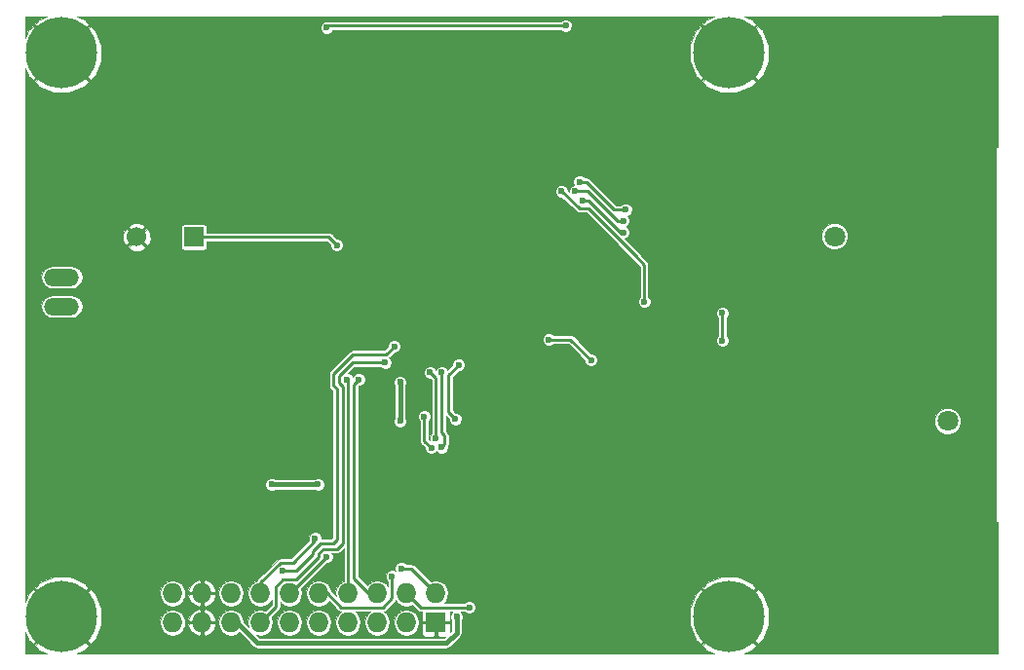
<source format=gbl>
G04 #@! TF.FileFunction,Copper,L2,Bot,Signal*
%FSLAX46Y46*%
G04 Gerber Fmt 4.6, Leading zero omitted, Abs format (unit mm)*
G04 Created by KiCad (PCBNEW 4.0.0-rc1-stable) date 10/26/2015 1:25:43 PM*
%MOMM*%
G01*
G04 APERTURE LIST*
%ADD10C,0.100000*%
%ADD11C,6.200000*%
%ADD12R,1.727200X1.727200*%
%ADD13O,1.727200X1.727200*%
%ADD14O,3.014980X1.506220*%
%ADD15R,5.000000X11.500000*%
%ADD16C,1.800000*%
%ADD17C,1.700000*%
%ADD18R,1.700000X1.700000*%
%ADD19C,0.600000*%
%ADD20C,0.250000*%
%ADD21C,0.400000*%
G04 APERTURE END LIST*
D10*
D11*
X117000000Y-135000000D03*
X117000000Y-86000000D03*
X175000000Y-86000000D03*
X175000000Y-135000000D03*
D12*
X149500000Y-135500000D03*
D13*
X149500000Y-132960000D03*
X146960000Y-135500000D03*
X146960000Y-132960000D03*
X144420000Y-135500000D03*
X144420000Y-132960000D03*
X141880000Y-135500000D03*
X141880000Y-132960000D03*
X139340000Y-135500000D03*
X139340000Y-132960000D03*
X136800000Y-135500000D03*
X136800000Y-132960000D03*
X134260000Y-135500000D03*
X134260000Y-132960000D03*
X131720000Y-135500000D03*
X131720000Y-132960000D03*
X129180000Y-135500000D03*
X129180000Y-132960000D03*
X126640000Y-135500000D03*
X126640000Y-132960000D03*
D14*
X117000000Y-105480000D03*
X117000000Y-108020000D03*
D15*
X196000000Y-132500000D03*
X196000000Y-88500000D03*
D16*
X193970000Y-117990000D03*
X184170000Y-101940000D03*
D17*
X123500000Y-102000000D03*
D18*
X128500000Y-102000000D03*
D19*
X133700000Y-111700000D03*
X165800000Y-107500000D03*
X162700000Y-106500000D03*
X162700000Y-107500000D03*
X152400000Y-107300000D03*
X144300000Y-102500000D03*
X150200000Y-128100000D03*
X171600000Y-117600000D03*
X171750000Y-121000000D03*
X134700000Y-118000000D03*
X133500000Y-117100000D03*
X192000000Y-124000000D03*
X188000000Y-124000000D03*
X184000000Y-124000000D03*
X157000000Y-124000000D03*
X160000000Y-127000000D03*
X163000000Y-130000000D03*
X166000000Y-133000000D03*
X166000000Y-137000000D03*
X162000000Y-137000000D03*
X156000000Y-131000000D03*
X153000000Y-137000000D03*
X174000000Y-97000000D03*
X174000000Y-101000000D03*
X170000000Y-97000000D03*
X178000000Y-98000000D03*
X178000000Y-105000000D03*
X178000000Y-112000000D03*
X178000000Y-119000000D03*
X193000000Y-112000000D03*
X193000000Y-104000000D03*
X189000000Y-116000000D03*
X189000000Y-108000000D03*
X189000000Y-100000000D03*
X184000000Y-105000000D03*
X184000000Y-112000000D03*
X184000000Y-120000000D03*
X197000000Y-100000000D03*
X197000000Y-104000000D03*
X197000000Y-108000000D03*
X197000000Y-112000000D03*
X197000000Y-116000000D03*
X197000000Y-120000000D03*
X192000000Y-136000000D03*
X189000000Y-137000000D03*
X186000000Y-137000000D03*
X183000000Y-137000000D03*
X180000000Y-137000000D03*
X157000000Y-120000000D03*
X159000000Y-122000000D03*
X161000000Y-124000000D03*
X163000000Y-126000000D03*
X165000000Y-128000000D03*
X167000000Y-130000000D03*
X169000000Y-131000000D03*
X172000000Y-131000000D03*
X175000000Y-131000000D03*
X178000000Y-132000000D03*
X180000000Y-134000000D03*
X183000000Y-134000000D03*
X186000000Y-134000000D03*
X189000000Y-134000000D03*
X192000000Y-134000000D03*
X159000000Y-118000000D03*
X161000000Y-120000000D03*
X163000000Y-122000000D03*
X165000000Y-124000000D03*
X167000000Y-126000000D03*
X169000000Y-128000000D03*
X172000000Y-128000000D03*
X175000000Y-128000000D03*
X178000000Y-128000000D03*
X180000000Y-130000000D03*
X182000000Y-131000000D03*
X185000000Y-131000000D03*
X188000000Y-131000000D03*
X188500000Y-129000000D03*
X187000000Y-127500000D03*
X184000000Y-127500000D03*
X181000000Y-127500000D03*
X166000000Y-94000000D03*
X169000000Y-94000000D03*
X172000000Y-94000000D03*
X175000000Y-94000000D03*
X178000000Y-94000000D03*
X181000000Y-92000000D03*
X183000000Y-90000000D03*
X186000000Y-90000000D03*
X188000000Y-91000000D03*
X187000000Y-93000000D03*
X184000000Y-93000000D03*
X181000000Y-94000000D03*
X184800000Y-96600000D03*
X186000000Y-99000000D03*
X188000000Y-96600000D03*
X190000000Y-99000000D03*
X191600000Y-96600000D03*
X163000000Y-87000000D03*
X163000000Y-84000000D03*
X166000000Y-84000000D03*
X169000000Y-84000000D03*
X167000000Y-88000000D03*
X169000000Y-91000000D03*
X172000000Y-91000000D03*
X175000000Y-91000000D03*
X178000000Y-91000000D03*
X180000000Y-89000000D03*
X182000000Y-87000000D03*
X185000000Y-87000000D03*
X188000000Y-87000000D03*
X191000000Y-87000000D03*
X193000000Y-85000000D03*
X190000000Y-84000000D03*
X187000000Y-84000000D03*
X184000000Y-84000000D03*
X181000000Y-84000000D03*
X130600000Y-103100000D03*
X130500000Y-96600000D03*
X130600000Y-88300000D03*
X121900000Y-92800000D03*
X122000000Y-99900000D03*
X114600000Y-89900000D03*
X114600000Y-101100000D03*
X114400000Y-111400000D03*
X115200000Y-130400000D03*
X135900000Y-102900000D03*
X135900000Y-101100000D03*
X140346880Y-101155152D03*
X139000000Y-103100000D03*
X135500000Y-126700000D03*
X139300000Y-124700000D03*
X144300000Y-114500000D03*
X144000000Y-118200000D03*
X146400000Y-121000000D03*
X132200000Y-107500000D03*
X135500000Y-107500000D03*
X135500000Y-110500000D03*
X121200000Y-119500000D03*
X121200000Y-117700000D03*
X121200000Y-115900000D03*
X121200000Y-113900000D03*
X165800000Y-110500000D03*
X165800000Y-106500000D03*
X151800000Y-90600000D03*
X154600000Y-88400000D03*
X135600000Y-116800000D03*
X135800000Y-113800000D03*
X139000000Y-114600000D03*
X139000000Y-110000000D03*
X144000000Y-97600000D03*
X147000000Y-94600000D03*
X149600000Y-92000000D03*
X149600000Y-89000000D03*
X146000000Y-126700000D03*
X144400000Y-129300000D03*
X157500000Y-98000000D03*
X150500000Y-98000000D03*
X158000000Y-91000000D03*
X158000000Y-89500000D03*
X158000000Y-88000000D03*
X122500000Y-84500000D03*
X134000000Y-84000000D03*
X138500000Y-91500000D03*
X137000000Y-99500000D03*
X139500000Y-97000000D03*
X142000000Y-94500000D03*
X144500000Y-92000000D03*
X145500000Y-89000000D03*
X148500000Y-112000000D03*
X149500000Y-102000000D03*
X132500000Y-126700000D03*
X134000000Y-130000000D03*
X156000000Y-118000000D03*
X167600000Y-102800000D03*
X156200000Y-114400000D03*
X157600000Y-114400000D03*
X159000000Y-114400000D03*
X159800000Y-115400000D03*
X160000000Y-116800000D03*
X165800000Y-96200000D03*
X164600000Y-90200000D03*
X162800000Y-90200000D03*
X162000000Y-91600000D03*
X162000000Y-93200000D03*
X162600000Y-94800000D03*
X162600000Y-96400000D03*
X179200000Y-121800000D03*
X174000000Y-121600000D03*
X168800000Y-114100000D03*
X165800000Y-111600000D03*
X164300000Y-111600000D03*
X196000000Y-96000000D03*
X192000000Y-93000000D03*
X192000000Y-91000000D03*
X166000000Y-91000000D03*
X194000000Y-124000000D03*
X197000000Y-124000000D03*
X192000000Y-130000000D03*
X192000000Y-126000000D03*
X162000000Y-97200000D03*
X160800000Y-83600000D03*
X140000000Y-83800000D03*
X166000000Y-99600000D03*
X174400000Y-111000000D03*
X174400000Y-108600000D03*
X140900000Y-102700000D03*
X146400000Y-118000000D03*
X146400000Y-114600000D03*
X162300000Y-98800000D03*
X165800000Y-101600000D03*
X160400000Y-98000000D03*
X167600000Y-107600000D03*
X161600000Y-98000000D03*
X165800000Y-100600000D03*
X150000000Y-120250000D03*
X150000000Y-113750000D03*
X149500000Y-119500000D03*
X149000000Y-113750000D03*
X151300000Y-135000000D03*
X135250000Y-123500000D03*
X139250000Y-123500000D03*
X151200000Y-117800000D03*
X151500000Y-113100000D03*
X159300000Y-110900000D03*
X163000000Y-112700000D03*
X152400000Y-134200000D03*
X142800000Y-114400000D03*
X141800000Y-114400000D03*
X145700000Y-131500000D03*
X145900000Y-111500000D03*
X136200000Y-131000000D03*
X140000000Y-129800000D03*
X145100000Y-112900000D03*
X139000000Y-128200000D03*
X146500000Y-130800000D03*
X149100000Y-120300000D03*
X148500000Y-117600000D03*
D20*
X135500000Y-110500000D02*
X135500000Y-111200000D01*
X135000000Y-111700000D02*
X133700000Y-111700000D01*
X135500000Y-111200000D02*
X135000000Y-111700000D01*
X165800000Y-107500000D02*
X165900000Y-107500000D01*
X165900000Y-107500000D02*
X165800000Y-107500000D01*
X162700000Y-107500000D02*
X162700000Y-106500000D01*
X152600000Y-107100000D02*
X153700000Y-107100000D01*
X152400000Y-107300000D02*
X152600000Y-107100000D01*
X149500000Y-102000000D02*
X144800000Y-102000000D01*
X144800000Y-102000000D02*
X144300000Y-102500000D01*
X171600000Y-117600000D02*
X171800000Y-117800000D01*
X171800000Y-117800000D02*
X171750000Y-121000000D01*
X134400000Y-118000000D02*
X134700000Y-118000000D01*
X133500000Y-117100000D02*
X134400000Y-118000000D01*
X192000000Y-124000000D02*
X188000000Y-124000000D01*
X184000000Y-124000000D02*
X184000000Y-123000000D01*
X157000000Y-124000000D02*
X160000000Y-127000000D01*
X163000000Y-130000000D02*
X166000000Y-133000000D01*
X166000000Y-137000000D02*
X162000000Y-137000000D01*
X156000000Y-131000000D02*
X156000000Y-134000000D01*
X156000000Y-134000000D02*
X153000000Y-137000000D01*
X178000000Y-105000000D02*
X174000000Y-101000000D01*
X170000000Y-97000000D02*
X174000000Y-97000000D01*
X178000000Y-98000000D02*
X178000000Y-105000000D01*
X178000000Y-112000000D02*
X178000000Y-119000000D01*
X193000000Y-112000000D02*
X193000000Y-104000000D01*
X197000000Y-116000000D02*
X189000000Y-116000000D01*
X189000000Y-116000000D02*
X189000000Y-108000000D01*
X189000000Y-108000000D02*
X189000000Y-116000000D01*
X189000000Y-108000000D02*
X189000000Y-100000000D01*
X184000000Y-105000000D02*
X184000000Y-112000000D01*
X196000000Y-96000000D02*
X197000000Y-97000000D01*
X197000000Y-97000000D02*
X197000000Y-100000000D01*
X197000000Y-104000000D02*
X197000000Y-108000000D01*
X197000000Y-112000000D02*
X197000000Y-116000000D01*
X197000000Y-120000000D02*
X197000000Y-124000000D01*
X192000000Y-136000000D02*
X190000000Y-136000000D01*
X190000000Y-136000000D02*
X189000000Y-137000000D01*
X186000000Y-137000000D02*
X183000000Y-137000000D01*
X180000000Y-137000000D02*
X180000000Y-136000000D01*
X156000000Y-118000000D02*
X157000000Y-119000000D01*
X157000000Y-119000000D02*
X157000000Y-120000000D01*
X159000000Y-122000000D02*
X161000000Y-124000000D01*
X163000000Y-126000000D02*
X165000000Y-128000000D01*
X167000000Y-130000000D02*
X168000000Y-131000000D01*
X168000000Y-131000000D02*
X169000000Y-131000000D01*
X172000000Y-131000000D02*
X175000000Y-131000000D01*
X178000000Y-132000000D02*
X180000000Y-134000000D01*
X183000000Y-134000000D02*
X186000000Y-134000000D01*
X189000000Y-134000000D02*
X192000000Y-134000000D01*
X159000000Y-118000000D02*
X161000000Y-120000000D01*
X163000000Y-122000000D02*
X165000000Y-124000000D01*
X167000000Y-126000000D02*
X169000000Y-128000000D01*
X172000000Y-128000000D02*
X175000000Y-128000000D01*
X178000000Y-128000000D02*
X180000000Y-130000000D01*
X182000000Y-131000000D02*
X185000000Y-131000000D01*
X188000000Y-131000000D02*
X188000000Y-129500000D01*
X188000000Y-129500000D02*
X188500000Y-129000000D01*
X187000000Y-127500000D02*
X184000000Y-127500000D01*
X181000000Y-127500000D02*
X181000000Y-128000000D01*
X165800000Y-96200000D02*
X165800000Y-94200000D01*
X165800000Y-94200000D02*
X166000000Y-94000000D01*
X169000000Y-94000000D02*
X172000000Y-94000000D01*
X175000000Y-94000000D02*
X178000000Y-94000000D01*
X181000000Y-92000000D02*
X183000000Y-90000000D01*
X186000000Y-90000000D02*
X187000000Y-90000000D01*
X187000000Y-90000000D02*
X188000000Y-91000000D01*
X187000000Y-93000000D02*
X184000000Y-93000000D01*
X181000000Y-94000000D02*
X181000000Y-96000000D01*
X181000000Y-96000000D02*
X184500000Y-96000000D01*
X184500000Y-96000000D02*
X184800000Y-96600000D01*
X186000000Y-99000000D02*
X188000000Y-96600000D01*
X190000000Y-99000000D02*
X190000000Y-98000000D01*
X190000000Y-98000000D02*
X191600000Y-96600000D01*
X163000000Y-87000000D02*
X163000000Y-84000000D01*
X166000000Y-84000000D02*
X169000000Y-84000000D01*
X167000000Y-88000000D02*
X168000000Y-88000000D01*
X169000000Y-91000000D02*
X172000000Y-91000000D01*
X175000000Y-91000000D02*
X178000000Y-91000000D01*
X180000000Y-89000000D02*
X182000000Y-87000000D01*
X185000000Y-87000000D02*
X188000000Y-87000000D01*
X191000000Y-87000000D02*
X193000000Y-85000000D01*
X190000000Y-84000000D02*
X187000000Y-84000000D01*
X184000000Y-84000000D02*
X181000000Y-84000000D01*
X132200000Y-107500000D02*
X130600000Y-105600000D01*
X130600000Y-105600000D02*
X130600000Y-103100000D01*
X130500000Y-96600000D02*
X130500000Y-88400000D01*
X130500000Y-88400000D02*
X130600000Y-88300000D01*
X121900000Y-92800000D02*
X121900000Y-99800000D01*
X121900000Y-99800000D02*
X122000000Y-99900000D01*
X114600000Y-89900000D02*
X114600000Y-101100000D01*
X114400000Y-111400000D02*
X114400000Y-129600000D01*
X114400000Y-129600000D02*
X115200000Y-130400000D01*
X135900000Y-102900000D02*
X135800000Y-103000000D01*
X137000000Y-99500000D02*
X135900000Y-100600000D01*
X135900000Y-100600000D02*
X135900000Y-101100000D01*
X140346880Y-101155152D02*
X140391728Y-101200000D01*
X140391728Y-101200000D02*
X140700000Y-101200000D01*
X139000000Y-103100000D02*
X139600000Y-103100000D01*
X135500000Y-126700000D02*
X135750000Y-127500000D01*
X132500000Y-126700000D02*
X133800000Y-124700000D01*
X133800000Y-124700000D02*
X139300000Y-124700000D01*
X144000000Y-118200000D02*
X144300000Y-117900000D01*
X144300000Y-117900000D02*
X144300000Y-114500000D01*
X146400000Y-121000000D02*
X144000000Y-118600000D01*
X144000000Y-118600000D02*
X144000000Y-118200000D01*
X146000000Y-126700000D02*
X146400000Y-125400000D01*
X146400000Y-125400000D02*
X146400000Y-121000000D01*
X132200000Y-107500000D02*
X132000000Y-106900000D01*
X135500000Y-110500000D02*
X135500000Y-107500000D01*
X121200000Y-119500000D02*
X121200000Y-117700000D01*
X121200000Y-115900000D02*
X121200000Y-113900000D01*
X165800000Y-110500000D02*
X165800000Y-107500000D01*
X165800000Y-107500000D02*
X165800000Y-106500000D01*
X152400000Y-90600000D02*
X151800000Y-90600000D01*
X154600000Y-88400000D02*
X152400000Y-90600000D01*
X139000000Y-110000000D02*
X139000000Y-110600000D01*
X135000000Y-116200000D02*
X135000000Y-115800000D01*
X135600000Y-116800000D02*
X135000000Y-116200000D01*
X139000000Y-110600000D02*
X135800000Y-113800000D01*
X139000000Y-110000000D02*
X139000000Y-114600000D01*
X139000000Y-110000000D02*
X139000000Y-112600000D01*
X147000000Y-94600000D02*
X144000000Y-97600000D01*
X149600000Y-89000000D02*
X149600000Y-92000000D01*
X147000000Y-127400000D02*
X146000000Y-126700000D01*
X144400000Y-129300000D02*
X147000000Y-127400000D01*
X157500000Y-98000000D02*
X157500000Y-96500000D01*
X151000000Y-98000000D02*
X150500000Y-98000000D01*
X158000000Y-91000000D02*
X151000000Y-98000000D01*
X158000000Y-88000000D02*
X158000000Y-89500000D01*
X123000000Y-84000000D02*
X122500000Y-84500000D01*
X134000000Y-84000000D02*
X123000000Y-84000000D01*
X134000000Y-91500000D02*
X138500000Y-91500000D01*
X142000000Y-94500000D02*
X139500000Y-97000000D01*
X144500000Y-90000000D02*
X144500000Y-92000000D01*
X145500000Y-89000000D02*
X144500000Y-90000000D01*
X148500000Y-103000000D02*
X148500000Y-112000000D01*
X149500000Y-102000000D02*
X148500000Y-103000000D01*
X132500000Y-128500000D02*
X132500000Y-126700000D01*
X134000000Y-130000000D02*
X132500000Y-128500000D01*
X160000000Y-116800000D02*
X160000000Y-117500000D01*
X167600000Y-102800000D02*
X168200000Y-102800000D01*
X156200000Y-114400000D02*
X157600000Y-114400000D01*
X159000000Y-114400000D02*
X159800000Y-115200000D01*
X159800000Y-115200000D02*
X159800000Y-115400000D01*
X160000000Y-116800000D02*
X160400000Y-117200000D01*
X160400000Y-117200000D02*
X160400000Y-117400000D01*
X165800000Y-96200000D02*
X166400000Y-96200000D01*
X162800000Y-90200000D02*
X164600000Y-90200000D01*
X162000000Y-93200000D02*
X162000000Y-91600000D01*
X162600000Y-96400000D02*
X162600000Y-94800000D01*
X179200000Y-121800000D02*
X179800000Y-121800000D01*
X174000000Y-121600000D02*
X174000000Y-120800000D01*
X168800000Y-114100000D02*
X165400000Y-114000000D01*
X164500000Y-111400000D02*
X165800000Y-111600000D01*
X164300000Y-111600000D02*
X164500000Y-111400000D01*
X191600000Y-96600000D02*
X196000000Y-96000000D01*
X191600000Y-96600000D02*
X192000000Y-93000000D01*
X192000000Y-91000000D02*
X193000000Y-91000000D01*
X194000000Y-124000000D02*
X197000000Y-124000000D01*
X192000000Y-130000000D02*
X192000000Y-126000000D01*
X166000000Y-99600000D02*
X165000000Y-99600000D01*
X162600000Y-97200000D02*
X162000000Y-97200000D01*
X165000000Y-99600000D02*
X162600000Y-97200000D01*
X160800000Y-83600000D02*
X140200000Y-83600000D01*
X140200000Y-83600000D02*
X140000000Y-83800000D01*
X174400000Y-111000000D02*
X174400000Y-108600000D01*
X140900000Y-102700000D02*
X140200000Y-102000000D01*
X140200000Y-102000000D02*
X128500000Y-102000000D01*
D21*
X146400000Y-118000000D02*
X146400000Y-114600000D01*
D20*
X162800000Y-98800000D02*
X162300000Y-98800000D01*
X162800000Y-98800000D02*
X165600000Y-101600000D01*
X165600000Y-101600000D02*
X165800000Y-101600000D01*
X166800000Y-103600000D02*
X167600000Y-104400000D01*
X162000000Y-99500000D02*
X162800000Y-99500000D01*
X162800000Y-99500000D02*
X166800000Y-103600000D01*
X160400000Y-98000000D02*
X162000000Y-99500000D01*
X167600000Y-104400000D02*
X167600000Y-107600000D01*
X165800000Y-100600000D02*
X165300000Y-100600000D01*
X165300000Y-100600000D02*
X162700000Y-98000000D01*
X162700000Y-98000000D02*
X162300000Y-98000000D01*
X161600000Y-98000000D02*
X162300000Y-98000000D01*
X150250000Y-120000000D02*
X150000000Y-120250000D01*
X150250000Y-119250000D02*
X150250000Y-120000000D01*
X150000000Y-119000000D02*
X150250000Y-119250000D01*
X150000000Y-115750000D02*
X150000000Y-119000000D01*
X150000000Y-113750000D02*
X150000000Y-115750000D01*
X149500000Y-114250000D02*
X149500000Y-119500000D01*
X149000000Y-113750000D02*
X149500000Y-114250000D01*
D21*
X151300000Y-136400000D02*
X151300000Y-135000000D01*
X134000000Y-137300000D02*
X150400000Y-137300000D01*
X150400000Y-137300000D02*
X151300000Y-136400000D01*
X132200000Y-135500000D02*
X134000000Y-137300000D01*
X131720000Y-135500000D02*
X132200000Y-135500000D01*
X135250000Y-123500000D02*
X139250000Y-123500000D01*
D20*
X150600000Y-117200000D02*
X151200000Y-117800000D01*
X150600000Y-114000000D02*
X150600000Y-117200000D01*
X151500000Y-113100000D02*
X150600000Y-114000000D01*
X161200000Y-110900000D02*
X159300000Y-110900000D01*
X163000000Y-112700000D02*
X161200000Y-110900000D01*
X150800000Y-134200000D02*
X152400000Y-134200000D01*
X148200000Y-134200000D02*
X146960000Y-132960000D01*
X150800000Y-134200000D02*
X148200000Y-134200000D01*
X142800000Y-114400000D02*
X142400000Y-114800000D01*
X142400000Y-131700000D02*
X143660000Y-132960000D01*
X142400000Y-114800000D02*
X142400000Y-131700000D01*
X143660000Y-132960000D02*
X144420000Y-132960000D01*
X141800000Y-114400000D02*
X141880000Y-114480000D01*
X141880000Y-114480000D02*
X141880000Y-132960000D01*
X139340000Y-132960000D02*
X140060000Y-132960000D01*
X140060000Y-132960000D02*
X141300000Y-134200000D01*
X145700000Y-133400000D02*
X145700000Y-131500000D01*
X144900000Y-134200000D02*
X145700000Y-133400000D01*
X141300000Y-134200000D02*
X144900000Y-134200000D01*
X137000000Y-131000000D02*
X136200000Y-131000000D01*
X145200000Y-112200000D02*
X142300000Y-112200000D01*
X142300000Y-112200000D02*
X140600000Y-113900000D01*
X140600000Y-113900000D02*
X140600000Y-114900000D01*
X140600000Y-114900000D02*
X140900000Y-115200000D01*
X140900000Y-115200000D02*
X140900000Y-126700000D01*
X145900000Y-111500000D02*
X145200000Y-112200000D01*
X140900000Y-128300000D02*
X140600000Y-128600000D01*
X140600000Y-128600000D02*
X139500000Y-128600000D01*
X139500000Y-128600000D02*
X138800000Y-129300000D01*
X138800000Y-129300000D02*
X138800000Y-129600000D01*
X138800000Y-129600000D02*
X137400000Y-131000000D01*
X137400000Y-131000000D02*
X137000000Y-131000000D01*
X140900000Y-126700000D02*
X140900000Y-128300000D01*
X136800000Y-135500000D02*
X136800000Y-135000000D01*
X140000000Y-129800000D02*
X136840000Y-132960000D01*
X136840000Y-132960000D02*
X136800000Y-132960000D01*
X136840000Y-132960000D02*
X136800000Y-132960000D01*
X141400000Y-126900000D02*
X141400000Y-128600000D01*
X139700000Y-129100000D02*
X139300000Y-129500000D01*
X140900000Y-129100000D02*
X139700000Y-129100000D01*
X141400000Y-128600000D02*
X140900000Y-129100000D01*
X136250000Y-131750000D02*
X137350000Y-131750000D01*
X135600000Y-134160000D02*
X134260000Y-135500000D01*
X135600000Y-132400000D02*
X135600000Y-134000000D01*
X136200000Y-131800000D02*
X135600000Y-132400000D01*
X136250000Y-131750000D02*
X136200000Y-131800000D01*
X135600000Y-134000000D02*
X135600000Y-134160000D01*
X137350000Y-131750000D02*
X139300000Y-129800000D01*
X139300000Y-129800000D02*
X139300000Y-129500000D01*
X145100000Y-112900000D02*
X142300000Y-112900000D01*
X142300000Y-112900000D02*
X141100000Y-114100000D01*
X141100000Y-114100000D02*
X141100000Y-114670002D01*
X141100000Y-114670002D02*
X141400000Y-114970002D01*
X141400000Y-114970002D02*
X141400000Y-126900000D01*
X139000000Y-128200000D02*
X139000000Y-128400000D01*
X134260000Y-132040000D02*
X134260000Y-132960000D01*
X136000000Y-130300000D02*
X134260000Y-132040000D01*
X137100000Y-130300000D02*
X136000000Y-130300000D01*
X139000000Y-128400000D02*
X137100000Y-130300000D01*
X147340000Y-130800000D02*
X149500000Y-132960000D01*
X146500000Y-130800000D02*
X147340000Y-130800000D01*
X148500000Y-119700000D02*
X149100000Y-120300000D01*
X148500000Y-117600000D02*
X148500000Y-119700000D01*
D10*
G36*
X115069929Y-83049456D02*
X115012658Y-83087723D01*
X114644859Y-83497781D01*
X117000000Y-85852922D01*
X119355141Y-83497781D01*
X118987342Y-83087723D01*
X118311468Y-82800000D01*
X173689210Y-82800000D01*
X173069929Y-83049456D01*
X173012658Y-83087723D01*
X172644859Y-83497781D01*
X175000000Y-85852922D01*
X177355141Y-83497781D01*
X176987342Y-83087723D01*
X176311468Y-82800000D01*
X198200000Y-82800000D01*
X198200000Y-138200000D01*
X176310790Y-138200000D01*
X176930071Y-137950544D01*
X176987342Y-137912277D01*
X177355141Y-137502219D01*
X175000000Y-135147078D01*
X172644859Y-137502219D01*
X173012658Y-137912277D01*
X173688532Y-138200000D01*
X118310790Y-138200000D01*
X118930071Y-137950544D01*
X118987342Y-137912277D01*
X119355141Y-137502219D01*
X117000000Y-135147078D01*
X114644859Y-137502219D01*
X115012658Y-137912277D01*
X115688532Y-138200000D01*
X113800000Y-138200000D01*
X113800000Y-136310790D01*
X114049456Y-136930071D01*
X114087723Y-136987342D01*
X114497781Y-137355141D01*
X116852922Y-135000000D01*
X117147078Y-135000000D01*
X119502219Y-137355141D01*
X119912277Y-136987342D01*
X120451116Y-135721585D01*
X120453493Y-135478183D01*
X125526400Y-135478183D01*
X125526400Y-135521817D01*
X125611168Y-135947973D01*
X125852566Y-136309251D01*
X126213844Y-136550649D01*
X126640000Y-136635417D01*
X127066156Y-136550649D01*
X127427434Y-136309251D01*
X127668832Y-135947973D01*
X127699632Y-135793128D01*
X127994080Y-135793128D01*
X128196528Y-136224647D01*
X128548701Y-136545845D01*
X128886874Y-136685910D01*
X129076000Y-136627313D01*
X129076000Y-135604000D01*
X129284000Y-135604000D01*
X129284000Y-136627313D01*
X129473126Y-136685910D01*
X129811299Y-136545845D01*
X130163472Y-136224647D01*
X130365920Y-135793128D01*
X130307675Y-135604000D01*
X129284000Y-135604000D01*
X129076000Y-135604000D01*
X128052325Y-135604000D01*
X127994080Y-135793128D01*
X127699632Y-135793128D01*
X127753600Y-135521817D01*
X127753600Y-135478183D01*
X130606400Y-135478183D01*
X130606400Y-135521817D01*
X130691168Y-135947973D01*
X130932566Y-136309251D01*
X131293844Y-136550649D01*
X131720000Y-136635417D01*
X132146156Y-136550649D01*
X132426760Y-136363156D01*
X133681802Y-137618198D01*
X133827792Y-137715746D01*
X134000000Y-137750000D01*
X150400000Y-137750000D01*
X150572208Y-137715746D01*
X150718198Y-137618198D01*
X151618198Y-136718198D01*
X151715746Y-136572208D01*
X151750000Y-136400000D01*
X151750000Y-135654028D01*
X171535446Y-135654028D01*
X172049456Y-136930071D01*
X172087723Y-136987342D01*
X172497781Y-137355141D01*
X174852922Y-135000000D01*
X175147078Y-135000000D01*
X177502219Y-137355141D01*
X177912277Y-136987342D01*
X178451116Y-135721585D01*
X178464554Y-134345972D01*
X177950544Y-133069929D01*
X177912277Y-133012658D01*
X177502219Y-132644859D01*
X175147078Y-135000000D01*
X174852922Y-135000000D01*
X172497781Y-132644859D01*
X172087723Y-133012658D01*
X171548884Y-134278415D01*
X171535446Y-135654028D01*
X151750000Y-135654028D01*
X151750000Y-135327924D01*
X151765995Y-135311957D01*
X151849904Y-135109882D01*
X151850095Y-134891078D01*
X151766539Y-134688857D01*
X151652881Y-134575000D01*
X151997207Y-134575000D01*
X152088043Y-134665995D01*
X152290118Y-134749904D01*
X152508922Y-134750095D01*
X152711143Y-134666539D01*
X152865995Y-134511957D01*
X152949904Y-134309882D01*
X152950095Y-134091078D01*
X152866539Y-133888857D01*
X152711957Y-133734005D01*
X152509882Y-133650096D01*
X152291078Y-133649905D01*
X152088857Y-133733461D01*
X151997158Y-133825000D01*
X150204000Y-133825000D01*
X150287434Y-133769251D01*
X150528832Y-133407973D01*
X150613600Y-132981817D01*
X150613600Y-132938183D01*
X150528832Y-132512027D01*
X150519314Y-132497781D01*
X172644859Y-132497781D01*
X175000000Y-134852922D01*
X177355141Y-132497781D01*
X176987342Y-132087723D01*
X175721585Y-131548884D01*
X174345972Y-131535446D01*
X173069929Y-132049456D01*
X173012658Y-132087723D01*
X172644859Y-132497781D01*
X150519314Y-132497781D01*
X150287434Y-132150749D01*
X149926156Y-131909351D01*
X149500000Y-131824583D01*
X149073844Y-131909351D01*
X149017397Y-131947067D01*
X147605165Y-130534835D01*
X147483507Y-130453545D01*
X147340000Y-130425000D01*
X146902793Y-130425000D01*
X146811957Y-130334005D01*
X146609882Y-130250096D01*
X146391078Y-130249905D01*
X146188857Y-130333461D01*
X146034005Y-130488043D01*
X145950096Y-130690118D01*
X145949905Y-130908922D01*
X145999441Y-131028808D01*
X145809882Y-130950096D01*
X145591078Y-130949905D01*
X145388857Y-131033461D01*
X145234005Y-131188043D01*
X145150096Y-131390118D01*
X145149905Y-131608922D01*
X145233461Y-131811143D01*
X145325000Y-131902842D01*
X145325000Y-132326699D01*
X145207434Y-132150749D01*
X144846156Y-131909351D01*
X144420000Y-131824583D01*
X143993844Y-131909351D01*
X143632566Y-132150749D01*
X143531834Y-132301504D01*
X142775000Y-131544670D01*
X142775000Y-114955330D01*
X142780347Y-114949983D01*
X142908922Y-114950095D01*
X143111143Y-114866539D01*
X143265995Y-114711957D01*
X143267255Y-114708922D01*
X145849905Y-114708922D01*
X145933461Y-114911143D01*
X145950000Y-114927711D01*
X145950000Y-117672076D01*
X145934005Y-117688043D01*
X145850096Y-117890118D01*
X145849905Y-118108922D01*
X145933461Y-118311143D01*
X146088043Y-118465995D01*
X146290118Y-118549904D01*
X146508922Y-118550095D01*
X146711143Y-118466539D01*
X146865995Y-118311957D01*
X146949904Y-118109882D01*
X146950095Y-117891078D01*
X146874830Y-117708922D01*
X147949905Y-117708922D01*
X148033461Y-117911143D01*
X148125000Y-118002842D01*
X148125000Y-119700000D01*
X148153545Y-119843507D01*
X148234835Y-119965165D01*
X148550017Y-120280347D01*
X148549905Y-120408922D01*
X148633461Y-120611143D01*
X148788043Y-120765995D01*
X148990118Y-120849904D01*
X149208922Y-120850095D01*
X149411143Y-120766539D01*
X149565995Y-120611957D01*
X149571339Y-120599087D01*
X149688043Y-120715995D01*
X149890118Y-120799904D01*
X150108922Y-120800095D01*
X150311143Y-120716539D01*
X150465995Y-120561957D01*
X150549904Y-120359882D01*
X150550032Y-120212982D01*
X150596454Y-120143507D01*
X150596455Y-120143506D01*
X150625000Y-120000000D01*
X150625000Y-119250000D01*
X150596455Y-119106494D01*
X150515165Y-118984835D01*
X150375000Y-118844670D01*
X150375000Y-117505330D01*
X150650017Y-117780347D01*
X150649905Y-117908922D01*
X150733461Y-118111143D01*
X150888043Y-118265995D01*
X151090118Y-118349904D01*
X151308922Y-118350095D01*
X151511143Y-118266539D01*
X151560021Y-118217746D01*
X192819801Y-118217746D01*
X192994509Y-118640572D01*
X193317727Y-118964354D01*
X193740247Y-119139800D01*
X194197746Y-119140199D01*
X194620572Y-118965491D01*
X194944354Y-118642273D01*
X195119800Y-118219753D01*
X195120199Y-117762254D01*
X194945491Y-117339428D01*
X194622273Y-117015646D01*
X194199753Y-116840200D01*
X193742254Y-116839801D01*
X193319428Y-117014509D01*
X192995646Y-117337727D01*
X192820200Y-117760247D01*
X192819801Y-118217746D01*
X151560021Y-118217746D01*
X151665995Y-118111957D01*
X151749904Y-117909882D01*
X151750095Y-117691078D01*
X151666539Y-117488857D01*
X151511957Y-117334005D01*
X151309882Y-117250096D01*
X151180313Y-117249983D01*
X150975000Y-117044670D01*
X150975000Y-114155330D01*
X151480347Y-113649983D01*
X151608922Y-113650095D01*
X151811143Y-113566539D01*
X151965995Y-113411957D01*
X152049904Y-113209882D01*
X152050095Y-112991078D01*
X151966539Y-112788857D01*
X151811957Y-112634005D01*
X151609882Y-112550096D01*
X151391078Y-112549905D01*
X151188857Y-112633461D01*
X151034005Y-112788043D01*
X150950096Y-112990118D01*
X150949983Y-113119687D01*
X150514570Y-113555100D01*
X150466539Y-113438857D01*
X150311957Y-113284005D01*
X150109882Y-113200096D01*
X149891078Y-113199905D01*
X149688857Y-113283461D01*
X149534005Y-113438043D01*
X149500020Y-113519888D01*
X149466539Y-113438857D01*
X149311957Y-113284005D01*
X149109882Y-113200096D01*
X148891078Y-113199905D01*
X148688857Y-113283461D01*
X148534005Y-113438043D01*
X148450096Y-113640118D01*
X148449905Y-113858922D01*
X148533461Y-114061143D01*
X148688043Y-114215995D01*
X148890118Y-114299904D01*
X149019687Y-114300017D01*
X149125000Y-114405330D01*
X149125000Y-119097207D01*
X149034005Y-119188043D01*
X148950096Y-119390118D01*
X148949905Y-119608922D01*
X148957406Y-119627076D01*
X148875000Y-119544670D01*
X148875000Y-118002793D01*
X148965995Y-117911957D01*
X149049904Y-117709882D01*
X149050095Y-117491078D01*
X148966539Y-117288857D01*
X148811957Y-117134005D01*
X148609882Y-117050096D01*
X148391078Y-117049905D01*
X148188857Y-117133461D01*
X148034005Y-117288043D01*
X147950096Y-117490118D01*
X147949905Y-117708922D01*
X146874830Y-117708922D01*
X146866539Y-117688857D01*
X146850000Y-117672289D01*
X146850000Y-114927924D01*
X146865995Y-114911957D01*
X146949904Y-114709882D01*
X146950095Y-114491078D01*
X146866539Y-114288857D01*
X146711957Y-114134005D01*
X146509882Y-114050096D01*
X146291078Y-114049905D01*
X146088857Y-114133461D01*
X145934005Y-114288043D01*
X145850096Y-114490118D01*
X145849905Y-114708922D01*
X143267255Y-114708922D01*
X143349904Y-114509882D01*
X143350095Y-114291078D01*
X143266539Y-114088857D01*
X143111957Y-113934005D01*
X142909882Y-113850096D01*
X142691078Y-113849905D01*
X142488857Y-113933461D01*
X142334005Y-114088043D01*
X142300020Y-114169888D01*
X142266539Y-114088857D01*
X142111957Y-113934005D01*
X141909882Y-113850096D01*
X141880260Y-113850070D01*
X142455330Y-113275000D01*
X144697207Y-113275000D01*
X144788043Y-113365995D01*
X144990118Y-113449904D01*
X145208922Y-113450095D01*
X145411143Y-113366539D01*
X145565995Y-113211957D01*
X145649904Y-113009882D01*
X145650095Y-112791078D01*
X145566539Y-112588857D01*
X145451906Y-112474024D01*
X145465165Y-112465165D01*
X145880347Y-112049983D01*
X146008922Y-112050095D01*
X146211143Y-111966539D01*
X146365995Y-111811957D01*
X146449904Y-111609882D01*
X146450095Y-111391078D01*
X146366539Y-111188857D01*
X146211957Y-111034005D01*
X146151551Y-111008922D01*
X158749905Y-111008922D01*
X158833461Y-111211143D01*
X158988043Y-111365995D01*
X159190118Y-111449904D01*
X159408922Y-111450095D01*
X159611143Y-111366539D01*
X159702842Y-111275000D01*
X161044670Y-111275000D01*
X162450017Y-112680347D01*
X162449905Y-112808922D01*
X162533461Y-113011143D01*
X162688043Y-113165995D01*
X162890118Y-113249904D01*
X163108922Y-113250095D01*
X163311143Y-113166539D01*
X163465995Y-113011957D01*
X163549904Y-112809882D01*
X163550095Y-112591078D01*
X163466539Y-112388857D01*
X163311957Y-112234005D01*
X163109882Y-112150096D01*
X162980313Y-112149983D01*
X161465165Y-110634835D01*
X161343507Y-110553545D01*
X161200000Y-110525000D01*
X159702793Y-110525000D01*
X159611957Y-110434005D01*
X159409882Y-110350096D01*
X159191078Y-110349905D01*
X158988857Y-110433461D01*
X158834005Y-110588043D01*
X158750096Y-110790118D01*
X158749905Y-111008922D01*
X146151551Y-111008922D01*
X146009882Y-110950096D01*
X145791078Y-110949905D01*
X145588857Y-111033461D01*
X145434005Y-111188043D01*
X145350096Y-111390118D01*
X145349983Y-111519687D01*
X145044670Y-111825000D01*
X142300000Y-111825000D01*
X142156493Y-111853545D01*
X142034835Y-111934835D01*
X140334835Y-113634835D01*
X140253545Y-113756493D01*
X140253545Y-113756494D01*
X140225000Y-113900000D01*
X140225000Y-114900000D01*
X140253545Y-115043507D01*
X140334835Y-115165165D01*
X140525000Y-115355330D01*
X140525000Y-128144670D01*
X140444670Y-128225000D01*
X139549978Y-128225000D01*
X139550095Y-128091078D01*
X139466539Y-127888857D01*
X139311957Y-127734005D01*
X139109882Y-127650096D01*
X138891078Y-127649905D01*
X138688857Y-127733461D01*
X138534005Y-127888043D01*
X138450096Y-128090118D01*
X138449905Y-128308922D01*
X138482313Y-128387357D01*
X136944670Y-129925000D01*
X136000000Y-129925000D01*
X135856494Y-129953545D01*
X135734835Y-130034835D01*
X133994835Y-131774835D01*
X133915853Y-131893038D01*
X133833844Y-131909351D01*
X133472566Y-132150749D01*
X133231168Y-132512027D01*
X133146400Y-132938183D01*
X133146400Y-132981817D01*
X133231168Y-133407973D01*
X133472566Y-133769251D01*
X133833844Y-134010649D01*
X134260000Y-134095417D01*
X134686156Y-134010649D01*
X135047434Y-133769251D01*
X135225000Y-133503504D01*
X135225000Y-134004670D01*
X134742603Y-134487067D01*
X134686156Y-134449351D01*
X134260000Y-134364583D01*
X133833844Y-134449351D01*
X133472566Y-134690749D01*
X133231168Y-135052027D01*
X133146400Y-135478183D01*
X133146400Y-135521817D01*
X133217958Y-135881562D01*
X132833600Y-135497204D01*
X132833600Y-135478183D01*
X132748832Y-135052027D01*
X132507434Y-134690749D01*
X132146156Y-134449351D01*
X131720000Y-134364583D01*
X131293844Y-134449351D01*
X130932566Y-134690749D01*
X130691168Y-135052027D01*
X130606400Y-135478183D01*
X127753600Y-135478183D01*
X127699633Y-135206872D01*
X127994080Y-135206872D01*
X128052325Y-135396000D01*
X129076000Y-135396000D01*
X129076000Y-134372687D01*
X129284000Y-134372687D01*
X129284000Y-135396000D01*
X130307675Y-135396000D01*
X130365920Y-135206872D01*
X130163472Y-134775353D01*
X129811299Y-134454155D01*
X129473126Y-134314090D01*
X129284000Y-134372687D01*
X129076000Y-134372687D01*
X128886874Y-134314090D01*
X128548701Y-134454155D01*
X128196528Y-134775353D01*
X127994080Y-135206872D01*
X127699633Y-135206872D01*
X127668832Y-135052027D01*
X127427434Y-134690749D01*
X127066156Y-134449351D01*
X126640000Y-134364583D01*
X126213844Y-134449351D01*
X125852566Y-134690749D01*
X125611168Y-135052027D01*
X125526400Y-135478183D01*
X120453493Y-135478183D01*
X120464554Y-134345972D01*
X119950544Y-133069929D01*
X119912277Y-133012658D01*
X119829246Y-132938183D01*
X125526400Y-132938183D01*
X125526400Y-132981817D01*
X125611168Y-133407973D01*
X125852566Y-133769251D01*
X126213844Y-134010649D01*
X126640000Y-134095417D01*
X127066156Y-134010649D01*
X127427434Y-133769251D01*
X127668832Y-133407973D01*
X127699632Y-133253128D01*
X127994080Y-133253128D01*
X128196528Y-133684647D01*
X128548701Y-134005845D01*
X128886874Y-134145910D01*
X129076000Y-134087313D01*
X129076000Y-133064000D01*
X129284000Y-133064000D01*
X129284000Y-134087313D01*
X129473126Y-134145910D01*
X129811299Y-134005845D01*
X130163472Y-133684647D01*
X130365920Y-133253128D01*
X130307675Y-133064000D01*
X129284000Y-133064000D01*
X129076000Y-133064000D01*
X128052325Y-133064000D01*
X127994080Y-133253128D01*
X127699632Y-133253128D01*
X127753600Y-132981817D01*
X127753600Y-132938183D01*
X130606400Y-132938183D01*
X130606400Y-132981817D01*
X130691168Y-133407973D01*
X130932566Y-133769251D01*
X131293844Y-134010649D01*
X131720000Y-134095417D01*
X132146156Y-134010649D01*
X132507434Y-133769251D01*
X132748832Y-133407973D01*
X132833600Y-132981817D01*
X132833600Y-132938183D01*
X132748832Y-132512027D01*
X132507434Y-132150749D01*
X132146156Y-131909351D01*
X131720000Y-131824583D01*
X131293844Y-131909351D01*
X130932566Y-132150749D01*
X130691168Y-132512027D01*
X130606400Y-132938183D01*
X127753600Y-132938183D01*
X127699633Y-132666872D01*
X127994080Y-132666872D01*
X128052325Y-132856000D01*
X129076000Y-132856000D01*
X129076000Y-131832687D01*
X129284000Y-131832687D01*
X129284000Y-132856000D01*
X130307675Y-132856000D01*
X130365920Y-132666872D01*
X130163472Y-132235353D01*
X129811299Y-131914155D01*
X129473126Y-131774090D01*
X129284000Y-131832687D01*
X129076000Y-131832687D01*
X128886874Y-131774090D01*
X128548701Y-131914155D01*
X128196528Y-132235353D01*
X127994080Y-132666872D01*
X127699633Y-132666872D01*
X127668832Y-132512027D01*
X127427434Y-132150749D01*
X127066156Y-131909351D01*
X126640000Y-131824583D01*
X126213844Y-131909351D01*
X125852566Y-132150749D01*
X125611168Y-132512027D01*
X125526400Y-132938183D01*
X119829246Y-132938183D01*
X119502219Y-132644859D01*
X117147078Y-135000000D01*
X116852922Y-135000000D01*
X114497781Y-132644859D01*
X114087723Y-133012658D01*
X113800000Y-133688532D01*
X113800000Y-132497781D01*
X114644859Y-132497781D01*
X117000000Y-134852922D01*
X119355141Y-132497781D01*
X118987342Y-132087723D01*
X117721585Y-131548884D01*
X116345972Y-131535446D01*
X115069929Y-132049456D01*
X115012658Y-132087723D01*
X114644859Y-132497781D01*
X113800000Y-132497781D01*
X113800000Y-123608922D01*
X134699905Y-123608922D01*
X134783461Y-123811143D01*
X134938043Y-123965995D01*
X135140118Y-124049904D01*
X135358922Y-124050095D01*
X135561143Y-123966539D01*
X135577711Y-123950000D01*
X138922076Y-123950000D01*
X138938043Y-123965995D01*
X139140118Y-124049904D01*
X139358922Y-124050095D01*
X139561143Y-123966539D01*
X139715995Y-123811957D01*
X139799904Y-123609882D01*
X139800095Y-123391078D01*
X139716539Y-123188857D01*
X139561957Y-123034005D01*
X139359882Y-122950096D01*
X139141078Y-122949905D01*
X138938857Y-123033461D01*
X138922289Y-123050000D01*
X135577924Y-123050000D01*
X135561957Y-123034005D01*
X135359882Y-122950096D01*
X135141078Y-122949905D01*
X134938857Y-123033461D01*
X134784005Y-123188043D01*
X134700096Y-123390118D01*
X134699905Y-123608922D01*
X113800000Y-123608922D01*
X113800000Y-108020000D01*
X115208079Y-108020000D01*
X115284436Y-108403874D01*
X115501883Y-108729306D01*
X115827315Y-108946753D01*
X116211189Y-109023110D01*
X117788811Y-109023110D01*
X118172685Y-108946753D01*
X118498117Y-108729306D01*
X118511737Y-108708922D01*
X173849905Y-108708922D01*
X173933461Y-108911143D01*
X174025000Y-109002842D01*
X174025000Y-110597207D01*
X173934005Y-110688043D01*
X173850096Y-110890118D01*
X173849905Y-111108922D01*
X173933461Y-111311143D01*
X174088043Y-111465995D01*
X174290118Y-111549904D01*
X174508922Y-111550095D01*
X174711143Y-111466539D01*
X174865995Y-111311957D01*
X174949904Y-111109882D01*
X174950095Y-110891078D01*
X174866539Y-110688857D01*
X174775000Y-110597158D01*
X174775000Y-109002793D01*
X174865995Y-108911957D01*
X174949904Y-108709882D01*
X174950095Y-108491078D01*
X174866539Y-108288857D01*
X174711957Y-108134005D01*
X174509882Y-108050096D01*
X174291078Y-108049905D01*
X174088857Y-108133461D01*
X173934005Y-108288043D01*
X173850096Y-108490118D01*
X173849905Y-108708922D01*
X118511737Y-108708922D01*
X118715564Y-108403874D01*
X118791921Y-108020000D01*
X118715564Y-107636126D01*
X118498117Y-107310694D01*
X118172685Y-107093247D01*
X117788811Y-107016890D01*
X116211189Y-107016890D01*
X115827315Y-107093247D01*
X115501883Y-107310694D01*
X115284436Y-107636126D01*
X115208079Y-108020000D01*
X113800000Y-108020000D01*
X113800000Y-105480000D01*
X115208079Y-105480000D01*
X115284436Y-105863874D01*
X115501883Y-106189306D01*
X115827315Y-106406753D01*
X116211189Y-106483110D01*
X117788811Y-106483110D01*
X118172685Y-106406753D01*
X118498117Y-106189306D01*
X118715564Y-105863874D01*
X118791921Y-105480000D01*
X118715564Y-105096126D01*
X118498117Y-104770694D01*
X118172685Y-104553247D01*
X117788811Y-104476890D01*
X116211189Y-104476890D01*
X115827315Y-104553247D01*
X115501883Y-104770694D01*
X115284436Y-105096126D01*
X115208079Y-105480000D01*
X113800000Y-105480000D01*
X113800000Y-102877817D01*
X122769261Y-102877817D01*
X122862768Y-103054009D01*
X123314626Y-103217635D01*
X123794706Y-103195888D01*
X124137232Y-103054009D01*
X124230739Y-102877817D01*
X123500000Y-102147078D01*
X122769261Y-102877817D01*
X113800000Y-102877817D01*
X113800000Y-101814626D01*
X122282365Y-101814626D01*
X122304112Y-102294706D01*
X122445991Y-102637232D01*
X122622183Y-102730739D01*
X123352922Y-102000000D01*
X123647078Y-102000000D01*
X124377817Y-102730739D01*
X124554009Y-102637232D01*
X124717635Y-102185374D01*
X124695888Y-101705294D01*
X124554009Y-101362768D01*
X124377817Y-101269261D01*
X123647078Y-102000000D01*
X123352922Y-102000000D01*
X122622183Y-101269261D01*
X122445991Y-101362768D01*
X122282365Y-101814626D01*
X113800000Y-101814626D01*
X113800000Y-101122183D01*
X122769261Y-101122183D01*
X123500000Y-101852922D01*
X124202922Y-101150000D01*
X127395103Y-101150000D01*
X127395103Y-102850000D01*
X127412535Y-102942644D01*
X127467288Y-103027732D01*
X127550831Y-103084815D01*
X127650000Y-103104897D01*
X129350000Y-103104897D01*
X129442644Y-103087465D01*
X129527732Y-103032712D01*
X129584815Y-102949169D01*
X129604897Y-102850000D01*
X129604897Y-102375000D01*
X140044670Y-102375000D01*
X140350017Y-102680347D01*
X140349905Y-102808922D01*
X140433461Y-103011143D01*
X140588043Y-103165995D01*
X140790118Y-103249904D01*
X141008922Y-103250095D01*
X141211143Y-103166539D01*
X141365995Y-103011957D01*
X141449904Y-102809882D01*
X141450095Y-102591078D01*
X141366539Y-102388857D01*
X141211957Y-102234005D01*
X141009882Y-102150096D01*
X140880313Y-102149983D01*
X140465165Y-101734835D01*
X140343507Y-101653545D01*
X140200000Y-101625000D01*
X129604897Y-101625000D01*
X129604897Y-101150000D01*
X129587465Y-101057356D01*
X129532712Y-100972268D01*
X129449169Y-100915185D01*
X129350000Y-100895103D01*
X127650000Y-100895103D01*
X127557356Y-100912535D01*
X127472268Y-100967288D01*
X127415185Y-101050831D01*
X127395103Y-101150000D01*
X124202922Y-101150000D01*
X124230739Y-101122183D01*
X124137232Y-100945991D01*
X123685374Y-100782365D01*
X123205294Y-100804112D01*
X122862768Y-100945991D01*
X122769261Y-101122183D01*
X113800000Y-101122183D01*
X113800000Y-98108922D01*
X159849905Y-98108922D01*
X159933461Y-98311143D01*
X160088043Y-98465995D01*
X160290118Y-98549904D01*
X160438410Y-98550033D01*
X161743522Y-99773576D01*
X161800589Y-99809101D01*
X161856494Y-99846455D01*
X161862522Y-99847654D01*
X161867738Y-99850901D01*
X161934055Y-99861883D01*
X162000000Y-99875000D01*
X162641952Y-99875000D01*
X166531581Y-103861871D01*
X166533526Y-103863205D01*
X166534835Y-103865165D01*
X167225000Y-104555330D01*
X167225000Y-107197207D01*
X167134005Y-107288043D01*
X167050096Y-107490118D01*
X167049905Y-107708922D01*
X167133461Y-107911143D01*
X167288043Y-108065995D01*
X167490118Y-108149904D01*
X167708922Y-108150095D01*
X167911143Y-108066539D01*
X168065995Y-107911957D01*
X168149904Y-107709882D01*
X168150095Y-107491078D01*
X168066539Y-107288857D01*
X167975000Y-107197158D01*
X167975000Y-104400000D01*
X167946455Y-104256494D01*
X167946455Y-104256493D01*
X167865165Y-104134835D01*
X167066818Y-103336488D01*
X165926582Y-102167746D01*
X183019801Y-102167746D01*
X183194509Y-102590572D01*
X183517727Y-102914354D01*
X183940247Y-103089800D01*
X184397746Y-103090199D01*
X184820572Y-102915491D01*
X185144354Y-102592273D01*
X185319800Y-102169753D01*
X185320199Y-101712254D01*
X185145491Y-101289428D01*
X184822273Y-100965646D01*
X184399753Y-100790200D01*
X183942254Y-100789801D01*
X183519428Y-100964509D01*
X183195646Y-101287727D01*
X183020200Y-101710247D01*
X183019801Y-102167746D01*
X165926582Y-102167746D01*
X165909235Y-102149966D01*
X166111143Y-102066539D01*
X166265995Y-101911957D01*
X166349904Y-101709882D01*
X166350095Y-101491078D01*
X166266539Y-101288857D01*
X166111957Y-101134005D01*
X166030112Y-101100020D01*
X166111143Y-101066539D01*
X166265995Y-100911957D01*
X166349904Y-100709882D01*
X166350095Y-100491078D01*
X166266539Y-100288857D01*
X166122442Y-100144509D01*
X166311143Y-100066539D01*
X166465995Y-99911957D01*
X166549904Y-99709882D01*
X166550095Y-99491078D01*
X166466539Y-99288857D01*
X166311957Y-99134005D01*
X166109882Y-99050096D01*
X165891078Y-99049905D01*
X165688857Y-99133461D01*
X165597158Y-99225000D01*
X165155330Y-99225000D01*
X162865165Y-96934835D01*
X162743507Y-96853545D01*
X162600000Y-96825000D01*
X162402793Y-96825000D01*
X162311957Y-96734005D01*
X162109882Y-96650096D01*
X161891078Y-96649905D01*
X161688857Y-96733461D01*
X161534005Y-96888043D01*
X161450096Y-97090118D01*
X161449905Y-97308922D01*
X161508164Y-97449920D01*
X161491078Y-97449905D01*
X161288857Y-97533461D01*
X161134005Y-97688043D01*
X161050096Y-97890118D01*
X161049917Y-98095273D01*
X160949999Y-98001599D01*
X160950095Y-97891078D01*
X160866539Y-97688857D01*
X160711957Y-97534005D01*
X160509882Y-97450096D01*
X160291078Y-97449905D01*
X160088857Y-97533461D01*
X159934005Y-97688043D01*
X159850096Y-97890118D01*
X159849905Y-98108922D01*
X113800000Y-98108922D01*
X113800000Y-88502219D01*
X114644859Y-88502219D01*
X115012658Y-88912277D01*
X116278415Y-89451116D01*
X117654028Y-89464554D01*
X118930071Y-88950544D01*
X118987342Y-88912277D01*
X119355141Y-88502219D01*
X172644859Y-88502219D01*
X173012658Y-88912277D01*
X174278415Y-89451116D01*
X175654028Y-89464554D01*
X176930071Y-88950544D01*
X176987342Y-88912277D01*
X177355141Y-88502219D01*
X175000000Y-86147078D01*
X172644859Y-88502219D01*
X119355141Y-88502219D01*
X117000000Y-86147078D01*
X114644859Y-88502219D01*
X113800000Y-88502219D01*
X113800000Y-87310790D01*
X114049456Y-87930071D01*
X114087723Y-87987342D01*
X114497781Y-88355141D01*
X116852922Y-86000000D01*
X117147078Y-86000000D01*
X119502219Y-88355141D01*
X119912277Y-87987342D01*
X120451116Y-86721585D01*
X120451775Y-86654028D01*
X171535446Y-86654028D01*
X172049456Y-87930071D01*
X172087723Y-87987342D01*
X172497781Y-88355141D01*
X174852922Y-86000000D01*
X175147078Y-86000000D01*
X177502219Y-88355141D01*
X177912277Y-87987342D01*
X178451116Y-86721585D01*
X178464554Y-85345972D01*
X177950544Y-84069929D01*
X177912277Y-84012658D01*
X177502219Y-83644859D01*
X175147078Y-86000000D01*
X174852922Y-86000000D01*
X172497781Y-83644859D01*
X172087723Y-84012658D01*
X171548884Y-85278415D01*
X171535446Y-86654028D01*
X120451775Y-86654028D01*
X120464554Y-85345972D01*
X119950544Y-84069929D01*
X119912277Y-84012658D01*
X119796623Y-83908922D01*
X139449905Y-83908922D01*
X139533461Y-84111143D01*
X139688043Y-84265995D01*
X139890118Y-84349904D01*
X140108922Y-84350095D01*
X140311143Y-84266539D01*
X140465995Y-84111957D01*
X140522865Y-83975000D01*
X160397207Y-83975000D01*
X160488043Y-84065995D01*
X160690118Y-84149904D01*
X160908922Y-84150095D01*
X161111143Y-84066539D01*
X161265995Y-83911957D01*
X161349904Y-83709882D01*
X161350095Y-83491078D01*
X161266539Y-83288857D01*
X161111957Y-83134005D01*
X160909882Y-83050096D01*
X160691078Y-83049905D01*
X160488857Y-83133461D01*
X160397158Y-83225000D01*
X140200000Y-83225000D01*
X140073991Y-83250065D01*
X139891078Y-83249905D01*
X139688857Y-83333461D01*
X139534005Y-83488043D01*
X139450096Y-83690118D01*
X139449905Y-83908922D01*
X119796623Y-83908922D01*
X119502219Y-83644859D01*
X117147078Y-86000000D01*
X116852922Y-86000000D01*
X114497781Y-83644859D01*
X114087723Y-84012658D01*
X113800000Y-84688532D01*
X113800000Y-82800000D01*
X115689210Y-82800000D01*
X115069929Y-83049456D01*
X115069929Y-83049456D01*
G37*
X115069929Y-83049456D02*
X115012658Y-83087723D01*
X114644859Y-83497781D01*
X117000000Y-85852922D01*
X119355141Y-83497781D01*
X118987342Y-83087723D01*
X118311468Y-82800000D01*
X173689210Y-82800000D01*
X173069929Y-83049456D01*
X173012658Y-83087723D01*
X172644859Y-83497781D01*
X175000000Y-85852922D01*
X177355141Y-83497781D01*
X176987342Y-83087723D01*
X176311468Y-82800000D01*
X198200000Y-82800000D01*
X198200000Y-138200000D01*
X176310790Y-138200000D01*
X176930071Y-137950544D01*
X176987342Y-137912277D01*
X177355141Y-137502219D01*
X175000000Y-135147078D01*
X172644859Y-137502219D01*
X173012658Y-137912277D01*
X173688532Y-138200000D01*
X118310790Y-138200000D01*
X118930071Y-137950544D01*
X118987342Y-137912277D01*
X119355141Y-137502219D01*
X117000000Y-135147078D01*
X114644859Y-137502219D01*
X115012658Y-137912277D01*
X115688532Y-138200000D01*
X113800000Y-138200000D01*
X113800000Y-136310790D01*
X114049456Y-136930071D01*
X114087723Y-136987342D01*
X114497781Y-137355141D01*
X116852922Y-135000000D01*
X117147078Y-135000000D01*
X119502219Y-137355141D01*
X119912277Y-136987342D01*
X120451116Y-135721585D01*
X120453493Y-135478183D01*
X125526400Y-135478183D01*
X125526400Y-135521817D01*
X125611168Y-135947973D01*
X125852566Y-136309251D01*
X126213844Y-136550649D01*
X126640000Y-136635417D01*
X127066156Y-136550649D01*
X127427434Y-136309251D01*
X127668832Y-135947973D01*
X127699632Y-135793128D01*
X127994080Y-135793128D01*
X128196528Y-136224647D01*
X128548701Y-136545845D01*
X128886874Y-136685910D01*
X129076000Y-136627313D01*
X129076000Y-135604000D01*
X129284000Y-135604000D01*
X129284000Y-136627313D01*
X129473126Y-136685910D01*
X129811299Y-136545845D01*
X130163472Y-136224647D01*
X130365920Y-135793128D01*
X130307675Y-135604000D01*
X129284000Y-135604000D01*
X129076000Y-135604000D01*
X128052325Y-135604000D01*
X127994080Y-135793128D01*
X127699632Y-135793128D01*
X127753600Y-135521817D01*
X127753600Y-135478183D01*
X130606400Y-135478183D01*
X130606400Y-135521817D01*
X130691168Y-135947973D01*
X130932566Y-136309251D01*
X131293844Y-136550649D01*
X131720000Y-136635417D01*
X132146156Y-136550649D01*
X132426760Y-136363156D01*
X133681802Y-137618198D01*
X133827792Y-137715746D01*
X134000000Y-137750000D01*
X150400000Y-137750000D01*
X150572208Y-137715746D01*
X150718198Y-137618198D01*
X151618198Y-136718198D01*
X151715746Y-136572208D01*
X151750000Y-136400000D01*
X151750000Y-135654028D01*
X171535446Y-135654028D01*
X172049456Y-136930071D01*
X172087723Y-136987342D01*
X172497781Y-137355141D01*
X174852922Y-135000000D01*
X175147078Y-135000000D01*
X177502219Y-137355141D01*
X177912277Y-136987342D01*
X178451116Y-135721585D01*
X178464554Y-134345972D01*
X177950544Y-133069929D01*
X177912277Y-133012658D01*
X177502219Y-132644859D01*
X175147078Y-135000000D01*
X174852922Y-135000000D01*
X172497781Y-132644859D01*
X172087723Y-133012658D01*
X171548884Y-134278415D01*
X171535446Y-135654028D01*
X151750000Y-135654028D01*
X151750000Y-135327924D01*
X151765995Y-135311957D01*
X151849904Y-135109882D01*
X151850095Y-134891078D01*
X151766539Y-134688857D01*
X151652881Y-134575000D01*
X151997207Y-134575000D01*
X152088043Y-134665995D01*
X152290118Y-134749904D01*
X152508922Y-134750095D01*
X152711143Y-134666539D01*
X152865995Y-134511957D01*
X152949904Y-134309882D01*
X152950095Y-134091078D01*
X152866539Y-133888857D01*
X152711957Y-133734005D01*
X152509882Y-133650096D01*
X152291078Y-133649905D01*
X152088857Y-133733461D01*
X151997158Y-133825000D01*
X150204000Y-133825000D01*
X150287434Y-133769251D01*
X150528832Y-133407973D01*
X150613600Y-132981817D01*
X150613600Y-132938183D01*
X150528832Y-132512027D01*
X150519314Y-132497781D01*
X172644859Y-132497781D01*
X175000000Y-134852922D01*
X177355141Y-132497781D01*
X176987342Y-132087723D01*
X175721585Y-131548884D01*
X174345972Y-131535446D01*
X173069929Y-132049456D01*
X173012658Y-132087723D01*
X172644859Y-132497781D01*
X150519314Y-132497781D01*
X150287434Y-132150749D01*
X149926156Y-131909351D01*
X149500000Y-131824583D01*
X149073844Y-131909351D01*
X149017397Y-131947067D01*
X147605165Y-130534835D01*
X147483507Y-130453545D01*
X147340000Y-130425000D01*
X146902793Y-130425000D01*
X146811957Y-130334005D01*
X146609882Y-130250096D01*
X146391078Y-130249905D01*
X146188857Y-130333461D01*
X146034005Y-130488043D01*
X145950096Y-130690118D01*
X145949905Y-130908922D01*
X145999441Y-131028808D01*
X145809882Y-130950096D01*
X145591078Y-130949905D01*
X145388857Y-131033461D01*
X145234005Y-131188043D01*
X145150096Y-131390118D01*
X145149905Y-131608922D01*
X145233461Y-131811143D01*
X145325000Y-131902842D01*
X145325000Y-132326699D01*
X145207434Y-132150749D01*
X144846156Y-131909351D01*
X144420000Y-131824583D01*
X143993844Y-131909351D01*
X143632566Y-132150749D01*
X143531834Y-132301504D01*
X142775000Y-131544670D01*
X142775000Y-114955330D01*
X142780347Y-114949983D01*
X142908922Y-114950095D01*
X143111143Y-114866539D01*
X143265995Y-114711957D01*
X143267255Y-114708922D01*
X145849905Y-114708922D01*
X145933461Y-114911143D01*
X145950000Y-114927711D01*
X145950000Y-117672076D01*
X145934005Y-117688043D01*
X145850096Y-117890118D01*
X145849905Y-118108922D01*
X145933461Y-118311143D01*
X146088043Y-118465995D01*
X146290118Y-118549904D01*
X146508922Y-118550095D01*
X146711143Y-118466539D01*
X146865995Y-118311957D01*
X146949904Y-118109882D01*
X146950095Y-117891078D01*
X146874830Y-117708922D01*
X147949905Y-117708922D01*
X148033461Y-117911143D01*
X148125000Y-118002842D01*
X148125000Y-119700000D01*
X148153545Y-119843507D01*
X148234835Y-119965165D01*
X148550017Y-120280347D01*
X148549905Y-120408922D01*
X148633461Y-120611143D01*
X148788043Y-120765995D01*
X148990118Y-120849904D01*
X149208922Y-120850095D01*
X149411143Y-120766539D01*
X149565995Y-120611957D01*
X149571339Y-120599087D01*
X149688043Y-120715995D01*
X149890118Y-120799904D01*
X150108922Y-120800095D01*
X150311143Y-120716539D01*
X150465995Y-120561957D01*
X150549904Y-120359882D01*
X150550032Y-120212982D01*
X150596454Y-120143507D01*
X150596455Y-120143506D01*
X150625000Y-120000000D01*
X150625000Y-119250000D01*
X150596455Y-119106494D01*
X150515165Y-118984835D01*
X150375000Y-118844670D01*
X150375000Y-117505330D01*
X150650017Y-117780347D01*
X150649905Y-117908922D01*
X150733461Y-118111143D01*
X150888043Y-118265995D01*
X151090118Y-118349904D01*
X151308922Y-118350095D01*
X151511143Y-118266539D01*
X151560021Y-118217746D01*
X192819801Y-118217746D01*
X192994509Y-118640572D01*
X193317727Y-118964354D01*
X193740247Y-119139800D01*
X194197746Y-119140199D01*
X194620572Y-118965491D01*
X194944354Y-118642273D01*
X195119800Y-118219753D01*
X195120199Y-117762254D01*
X194945491Y-117339428D01*
X194622273Y-117015646D01*
X194199753Y-116840200D01*
X193742254Y-116839801D01*
X193319428Y-117014509D01*
X192995646Y-117337727D01*
X192820200Y-117760247D01*
X192819801Y-118217746D01*
X151560021Y-118217746D01*
X151665995Y-118111957D01*
X151749904Y-117909882D01*
X151750095Y-117691078D01*
X151666539Y-117488857D01*
X151511957Y-117334005D01*
X151309882Y-117250096D01*
X151180313Y-117249983D01*
X150975000Y-117044670D01*
X150975000Y-114155330D01*
X151480347Y-113649983D01*
X151608922Y-113650095D01*
X151811143Y-113566539D01*
X151965995Y-113411957D01*
X152049904Y-113209882D01*
X152050095Y-112991078D01*
X151966539Y-112788857D01*
X151811957Y-112634005D01*
X151609882Y-112550096D01*
X151391078Y-112549905D01*
X151188857Y-112633461D01*
X151034005Y-112788043D01*
X150950096Y-112990118D01*
X150949983Y-113119687D01*
X150514570Y-113555100D01*
X150466539Y-113438857D01*
X150311957Y-113284005D01*
X150109882Y-113200096D01*
X149891078Y-113199905D01*
X149688857Y-113283461D01*
X149534005Y-113438043D01*
X149500020Y-113519888D01*
X149466539Y-113438857D01*
X149311957Y-113284005D01*
X149109882Y-113200096D01*
X148891078Y-113199905D01*
X148688857Y-113283461D01*
X148534005Y-113438043D01*
X148450096Y-113640118D01*
X148449905Y-113858922D01*
X148533461Y-114061143D01*
X148688043Y-114215995D01*
X148890118Y-114299904D01*
X149019687Y-114300017D01*
X149125000Y-114405330D01*
X149125000Y-119097207D01*
X149034005Y-119188043D01*
X148950096Y-119390118D01*
X148949905Y-119608922D01*
X148957406Y-119627076D01*
X148875000Y-119544670D01*
X148875000Y-118002793D01*
X148965995Y-117911957D01*
X149049904Y-117709882D01*
X149050095Y-117491078D01*
X148966539Y-117288857D01*
X148811957Y-117134005D01*
X148609882Y-117050096D01*
X148391078Y-117049905D01*
X148188857Y-117133461D01*
X148034005Y-117288043D01*
X147950096Y-117490118D01*
X147949905Y-117708922D01*
X146874830Y-117708922D01*
X146866539Y-117688857D01*
X146850000Y-117672289D01*
X146850000Y-114927924D01*
X146865995Y-114911957D01*
X146949904Y-114709882D01*
X146950095Y-114491078D01*
X146866539Y-114288857D01*
X146711957Y-114134005D01*
X146509882Y-114050096D01*
X146291078Y-114049905D01*
X146088857Y-114133461D01*
X145934005Y-114288043D01*
X145850096Y-114490118D01*
X145849905Y-114708922D01*
X143267255Y-114708922D01*
X143349904Y-114509882D01*
X143350095Y-114291078D01*
X143266539Y-114088857D01*
X143111957Y-113934005D01*
X142909882Y-113850096D01*
X142691078Y-113849905D01*
X142488857Y-113933461D01*
X142334005Y-114088043D01*
X142300020Y-114169888D01*
X142266539Y-114088857D01*
X142111957Y-113934005D01*
X141909882Y-113850096D01*
X141880260Y-113850070D01*
X142455330Y-113275000D01*
X144697207Y-113275000D01*
X144788043Y-113365995D01*
X144990118Y-113449904D01*
X145208922Y-113450095D01*
X145411143Y-113366539D01*
X145565995Y-113211957D01*
X145649904Y-113009882D01*
X145650095Y-112791078D01*
X145566539Y-112588857D01*
X145451906Y-112474024D01*
X145465165Y-112465165D01*
X145880347Y-112049983D01*
X146008922Y-112050095D01*
X146211143Y-111966539D01*
X146365995Y-111811957D01*
X146449904Y-111609882D01*
X146450095Y-111391078D01*
X146366539Y-111188857D01*
X146211957Y-111034005D01*
X146151551Y-111008922D01*
X158749905Y-111008922D01*
X158833461Y-111211143D01*
X158988043Y-111365995D01*
X159190118Y-111449904D01*
X159408922Y-111450095D01*
X159611143Y-111366539D01*
X159702842Y-111275000D01*
X161044670Y-111275000D01*
X162450017Y-112680347D01*
X162449905Y-112808922D01*
X162533461Y-113011143D01*
X162688043Y-113165995D01*
X162890118Y-113249904D01*
X163108922Y-113250095D01*
X163311143Y-113166539D01*
X163465995Y-113011957D01*
X163549904Y-112809882D01*
X163550095Y-112591078D01*
X163466539Y-112388857D01*
X163311957Y-112234005D01*
X163109882Y-112150096D01*
X162980313Y-112149983D01*
X161465165Y-110634835D01*
X161343507Y-110553545D01*
X161200000Y-110525000D01*
X159702793Y-110525000D01*
X159611957Y-110434005D01*
X159409882Y-110350096D01*
X159191078Y-110349905D01*
X158988857Y-110433461D01*
X158834005Y-110588043D01*
X158750096Y-110790118D01*
X158749905Y-111008922D01*
X146151551Y-111008922D01*
X146009882Y-110950096D01*
X145791078Y-110949905D01*
X145588857Y-111033461D01*
X145434005Y-111188043D01*
X145350096Y-111390118D01*
X145349983Y-111519687D01*
X145044670Y-111825000D01*
X142300000Y-111825000D01*
X142156493Y-111853545D01*
X142034835Y-111934835D01*
X140334835Y-113634835D01*
X140253545Y-113756493D01*
X140253545Y-113756494D01*
X140225000Y-113900000D01*
X140225000Y-114900000D01*
X140253545Y-115043507D01*
X140334835Y-115165165D01*
X140525000Y-115355330D01*
X140525000Y-128144670D01*
X140444670Y-128225000D01*
X139549978Y-128225000D01*
X139550095Y-128091078D01*
X139466539Y-127888857D01*
X139311957Y-127734005D01*
X139109882Y-127650096D01*
X138891078Y-127649905D01*
X138688857Y-127733461D01*
X138534005Y-127888043D01*
X138450096Y-128090118D01*
X138449905Y-128308922D01*
X138482313Y-128387357D01*
X136944670Y-129925000D01*
X136000000Y-129925000D01*
X135856494Y-129953545D01*
X135734835Y-130034835D01*
X133994835Y-131774835D01*
X133915853Y-131893038D01*
X133833844Y-131909351D01*
X133472566Y-132150749D01*
X133231168Y-132512027D01*
X133146400Y-132938183D01*
X133146400Y-132981817D01*
X133231168Y-133407973D01*
X133472566Y-133769251D01*
X133833844Y-134010649D01*
X134260000Y-134095417D01*
X134686156Y-134010649D01*
X135047434Y-133769251D01*
X135225000Y-133503504D01*
X135225000Y-134004670D01*
X134742603Y-134487067D01*
X134686156Y-134449351D01*
X134260000Y-134364583D01*
X133833844Y-134449351D01*
X133472566Y-134690749D01*
X133231168Y-135052027D01*
X133146400Y-135478183D01*
X133146400Y-135521817D01*
X133217958Y-135881562D01*
X132833600Y-135497204D01*
X132833600Y-135478183D01*
X132748832Y-135052027D01*
X132507434Y-134690749D01*
X132146156Y-134449351D01*
X131720000Y-134364583D01*
X131293844Y-134449351D01*
X130932566Y-134690749D01*
X130691168Y-135052027D01*
X130606400Y-135478183D01*
X127753600Y-135478183D01*
X127699633Y-135206872D01*
X127994080Y-135206872D01*
X128052325Y-135396000D01*
X129076000Y-135396000D01*
X129076000Y-134372687D01*
X129284000Y-134372687D01*
X129284000Y-135396000D01*
X130307675Y-135396000D01*
X130365920Y-135206872D01*
X130163472Y-134775353D01*
X129811299Y-134454155D01*
X129473126Y-134314090D01*
X129284000Y-134372687D01*
X129076000Y-134372687D01*
X128886874Y-134314090D01*
X128548701Y-134454155D01*
X128196528Y-134775353D01*
X127994080Y-135206872D01*
X127699633Y-135206872D01*
X127668832Y-135052027D01*
X127427434Y-134690749D01*
X127066156Y-134449351D01*
X126640000Y-134364583D01*
X126213844Y-134449351D01*
X125852566Y-134690749D01*
X125611168Y-135052027D01*
X125526400Y-135478183D01*
X120453493Y-135478183D01*
X120464554Y-134345972D01*
X119950544Y-133069929D01*
X119912277Y-133012658D01*
X119829246Y-132938183D01*
X125526400Y-132938183D01*
X125526400Y-132981817D01*
X125611168Y-133407973D01*
X125852566Y-133769251D01*
X126213844Y-134010649D01*
X126640000Y-134095417D01*
X127066156Y-134010649D01*
X127427434Y-133769251D01*
X127668832Y-133407973D01*
X127699632Y-133253128D01*
X127994080Y-133253128D01*
X128196528Y-133684647D01*
X128548701Y-134005845D01*
X128886874Y-134145910D01*
X129076000Y-134087313D01*
X129076000Y-133064000D01*
X129284000Y-133064000D01*
X129284000Y-134087313D01*
X129473126Y-134145910D01*
X129811299Y-134005845D01*
X130163472Y-133684647D01*
X130365920Y-133253128D01*
X130307675Y-133064000D01*
X129284000Y-133064000D01*
X129076000Y-133064000D01*
X128052325Y-133064000D01*
X127994080Y-133253128D01*
X127699632Y-133253128D01*
X127753600Y-132981817D01*
X127753600Y-132938183D01*
X130606400Y-132938183D01*
X130606400Y-132981817D01*
X130691168Y-133407973D01*
X130932566Y-133769251D01*
X131293844Y-134010649D01*
X131720000Y-134095417D01*
X132146156Y-134010649D01*
X132507434Y-133769251D01*
X132748832Y-133407973D01*
X132833600Y-132981817D01*
X132833600Y-132938183D01*
X132748832Y-132512027D01*
X132507434Y-132150749D01*
X132146156Y-131909351D01*
X131720000Y-131824583D01*
X131293844Y-131909351D01*
X130932566Y-132150749D01*
X130691168Y-132512027D01*
X130606400Y-132938183D01*
X127753600Y-132938183D01*
X127699633Y-132666872D01*
X127994080Y-132666872D01*
X128052325Y-132856000D01*
X129076000Y-132856000D01*
X129076000Y-131832687D01*
X129284000Y-131832687D01*
X129284000Y-132856000D01*
X130307675Y-132856000D01*
X130365920Y-132666872D01*
X130163472Y-132235353D01*
X129811299Y-131914155D01*
X129473126Y-131774090D01*
X129284000Y-131832687D01*
X129076000Y-131832687D01*
X128886874Y-131774090D01*
X128548701Y-131914155D01*
X128196528Y-132235353D01*
X127994080Y-132666872D01*
X127699633Y-132666872D01*
X127668832Y-132512027D01*
X127427434Y-132150749D01*
X127066156Y-131909351D01*
X126640000Y-131824583D01*
X126213844Y-131909351D01*
X125852566Y-132150749D01*
X125611168Y-132512027D01*
X125526400Y-132938183D01*
X119829246Y-132938183D01*
X119502219Y-132644859D01*
X117147078Y-135000000D01*
X116852922Y-135000000D01*
X114497781Y-132644859D01*
X114087723Y-133012658D01*
X113800000Y-133688532D01*
X113800000Y-132497781D01*
X114644859Y-132497781D01*
X117000000Y-134852922D01*
X119355141Y-132497781D01*
X118987342Y-132087723D01*
X117721585Y-131548884D01*
X116345972Y-131535446D01*
X115069929Y-132049456D01*
X115012658Y-132087723D01*
X114644859Y-132497781D01*
X113800000Y-132497781D01*
X113800000Y-123608922D01*
X134699905Y-123608922D01*
X134783461Y-123811143D01*
X134938043Y-123965995D01*
X135140118Y-124049904D01*
X135358922Y-124050095D01*
X135561143Y-123966539D01*
X135577711Y-123950000D01*
X138922076Y-123950000D01*
X138938043Y-123965995D01*
X139140118Y-124049904D01*
X139358922Y-124050095D01*
X139561143Y-123966539D01*
X139715995Y-123811957D01*
X139799904Y-123609882D01*
X139800095Y-123391078D01*
X139716539Y-123188857D01*
X139561957Y-123034005D01*
X139359882Y-122950096D01*
X139141078Y-122949905D01*
X138938857Y-123033461D01*
X138922289Y-123050000D01*
X135577924Y-123050000D01*
X135561957Y-123034005D01*
X135359882Y-122950096D01*
X135141078Y-122949905D01*
X134938857Y-123033461D01*
X134784005Y-123188043D01*
X134700096Y-123390118D01*
X134699905Y-123608922D01*
X113800000Y-123608922D01*
X113800000Y-108020000D01*
X115208079Y-108020000D01*
X115284436Y-108403874D01*
X115501883Y-108729306D01*
X115827315Y-108946753D01*
X116211189Y-109023110D01*
X117788811Y-109023110D01*
X118172685Y-108946753D01*
X118498117Y-108729306D01*
X118511737Y-108708922D01*
X173849905Y-108708922D01*
X173933461Y-108911143D01*
X174025000Y-109002842D01*
X174025000Y-110597207D01*
X173934005Y-110688043D01*
X173850096Y-110890118D01*
X173849905Y-111108922D01*
X173933461Y-111311143D01*
X174088043Y-111465995D01*
X174290118Y-111549904D01*
X174508922Y-111550095D01*
X174711143Y-111466539D01*
X174865995Y-111311957D01*
X174949904Y-111109882D01*
X174950095Y-110891078D01*
X174866539Y-110688857D01*
X174775000Y-110597158D01*
X174775000Y-109002793D01*
X174865995Y-108911957D01*
X174949904Y-108709882D01*
X174950095Y-108491078D01*
X174866539Y-108288857D01*
X174711957Y-108134005D01*
X174509882Y-108050096D01*
X174291078Y-108049905D01*
X174088857Y-108133461D01*
X173934005Y-108288043D01*
X173850096Y-108490118D01*
X173849905Y-108708922D01*
X118511737Y-108708922D01*
X118715564Y-108403874D01*
X118791921Y-108020000D01*
X118715564Y-107636126D01*
X118498117Y-107310694D01*
X118172685Y-107093247D01*
X117788811Y-107016890D01*
X116211189Y-107016890D01*
X115827315Y-107093247D01*
X115501883Y-107310694D01*
X115284436Y-107636126D01*
X115208079Y-108020000D01*
X113800000Y-108020000D01*
X113800000Y-105480000D01*
X115208079Y-105480000D01*
X115284436Y-105863874D01*
X115501883Y-106189306D01*
X115827315Y-106406753D01*
X116211189Y-106483110D01*
X117788811Y-106483110D01*
X118172685Y-106406753D01*
X118498117Y-106189306D01*
X118715564Y-105863874D01*
X118791921Y-105480000D01*
X118715564Y-105096126D01*
X118498117Y-104770694D01*
X118172685Y-104553247D01*
X117788811Y-104476890D01*
X116211189Y-104476890D01*
X115827315Y-104553247D01*
X115501883Y-104770694D01*
X115284436Y-105096126D01*
X115208079Y-105480000D01*
X113800000Y-105480000D01*
X113800000Y-102877817D01*
X122769261Y-102877817D01*
X122862768Y-103054009D01*
X123314626Y-103217635D01*
X123794706Y-103195888D01*
X124137232Y-103054009D01*
X124230739Y-102877817D01*
X123500000Y-102147078D01*
X122769261Y-102877817D01*
X113800000Y-102877817D01*
X113800000Y-101814626D01*
X122282365Y-101814626D01*
X122304112Y-102294706D01*
X122445991Y-102637232D01*
X122622183Y-102730739D01*
X123352922Y-102000000D01*
X123647078Y-102000000D01*
X124377817Y-102730739D01*
X124554009Y-102637232D01*
X124717635Y-102185374D01*
X124695888Y-101705294D01*
X124554009Y-101362768D01*
X124377817Y-101269261D01*
X123647078Y-102000000D01*
X123352922Y-102000000D01*
X122622183Y-101269261D01*
X122445991Y-101362768D01*
X122282365Y-101814626D01*
X113800000Y-101814626D01*
X113800000Y-101122183D01*
X122769261Y-101122183D01*
X123500000Y-101852922D01*
X124202922Y-101150000D01*
X127395103Y-101150000D01*
X127395103Y-102850000D01*
X127412535Y-102942644D01*
X127467288Y-103027732D01*
X127550831Y-103084815D01*
X127650000Y-103104897D01*
X129350000Y-103104897D01*
X129442644Y-103087465D01*
X129527732Y-103032712D01*
X129584815Y-102949169D01*
X129604897Y-102850000D01*
X129604897Y-102375000D01*
X140044670Y-102375000D01*
X140350017Y-102680347D01*
X140349905Y-102808922D01*
X140433461Y-103011143D01*
X140588043Y-103165995D01*
X140790118Y-103249904D01*
X141008922Y-103250095D01*
X141211143Y-103166539D01*
X141365995Y-103011957D01*
X141449904Y-102809882D01*
X141450095Y-102591078D01*
X141366539Y-102388857D01*
X141211957Y-102234005D01*
X141009882Y-102150096D01*
X140880313Y-102149983D01*
X140465165Y-101734835D01*
X140343507Y-101653545D01*
X140200000Y-101625000D01*
X129604897Y-101625000D01*
X129604897Y-101150000D01*
X129587465Y-101057356D01*
X129532712Y-100972268D01*
X129449169Y-100915185D01*
X129350000Y-100895103D01*
X127650000Y-100895103D01*
X127557356Y-100912535D01*
X127472268Y-100967288D01*
X127415185Y-101050831D01*
X127395103Y-101150000D01*
X124202922Y-101150000D01*
X124230739Y-101122183D01*
X124137232Y-100945991D01*
X123685374Y-100782365D01*
X123205294Y-100804112D01*
X122862768Y-100945991D01*
X122769261Y-101122183D01*
X113800000Y-101122183D01*
X113800000Y-98108922D01*
X159849905Y-98108922D01*
X159933461Y-98311143D01*
X160088043Y-98465995D01*
X160290118Y-98549904D01*
X160438410Y-98550033D01*
X161743522Y-99773576D01*
X161800589Y-99809101D01*
X161856494Y-99846455D01*
X161862522Y-99847654D01*
X161867738Y-99850901D01*
X161934055Y-99861883D01*
X162000000Y-99875000D01*
X162641952Y-99875000D01*
X166531581Y-103861871D01*
X166533526Y-103863205D01*
X166534835Y-103865165D01*
X167225000Y-104555330D01*
X167225000Y-107197207D01*
X167134005Y-107288043D01*
X167050096Y-107490118D01*
X167049905Y-107708922D01*
X167133461Y-107911143D01*
X167288043Y-108065995D01*
X167490118Y-108149904D01*
X167708922Y-108150095D01*
X167911143Y-108066539D01*
X168065995Y-107911957D01*
X168149904Y-107709882D01*
X168150095Y-107491078D01*
X168066539Y-107288857D01*
X167975000Y-107197158D01*
X167975000Y-104400000D01*
X167946455Y-104256494D01*
X167946455Y-104256493D01*
X167865165Y-104134835D01*
X167066818Y-103336488D01*
X165926582Y-102167746D01*
X183019801Y-102167746D01*
X183194509Y-102590572D01*
X183517727Y-102914354D01*
X183940247Y-103089800D01*
X184397746Y-103090199D01*
X184820572Y-102915491D01*
X185144354Y-102592273D01*
X185319800Y-102169753D01*
X185320199Y-101712254D01*
X185145491Y-101289428D01*
X184822273Y-100965646D01*
X184399753Y-100790200D01*
X183942254Y-100789801D01*
X183519428Y-100964509D01*
X183195646Y-101287727D01*
X183020200Y-101710247D01*
X183019801Y-102167746D01*
X165926582Y-102167746D01*
X165909235Y-102149966D01*
X166111143Y-102066539D01*
X166265995Y-101911957D01*
X166349904Y-101709882D01*
X166350095Y-101491078D01*
X166266539Y-101288857D01*
X166111957Y-101134005D01*
X166030112Y-101100020D01*
X166111143Y-101066539D01*
X166265995Y-100911957D01*
X166349904Y-100709882D01*
X166350095Y-100491078D01*
X166266539Y-100288857D01*
X166122442Y-100144509D01*
X166311143Y-100066539D01*
X166465995Y-99911957D01*
X166549904Y-99709882D01*
X166550095Y-99491078D01*
X166466539Y-99288857D01*
X166311957Y-99134005D01*
X166109882Y-99050096D01*
X165891078Y-99049905D01*
X165688857Y-99133461D01*
X165597158Y-99225000D01*
X165155330Y-99225000D01*
X162865165Y-96934835D01*
X162743507Y-96853545D01*
X162600000Y-96825000D01*
X162402793Y-96825000D01*
X162311957Y-96734005D01*
X162109882Y-96650096D01*
X161891078Y-96649905D01*
X161688857Y-96733461D01*
X161534005Y-96888043D01*
X161450096Y-97090118D01*
X161449905Y-97308922D01*
X161508164Y-97449920D01*
X161491078Y-97449905D01*
X161288857Y-97533461D01*
X161134005Y-97688043D01*
X161050096Y-97890118D01*
X161049917Y-98095273D01*
X160949999Y-98001599D01*
X160950095Y-97891078D01*
X160866539Y-97688857D01*
X160711957Y-97534005D01*
X160509882Y-97450096D01*
X160291078Y-97449905D01*
X160088857Y-97533461D01*
X159934005Y-97688043D01*
X159850096Y-97890118D01*
X159849905Y-98108922D01*
X113800000Y-98108922D01*
X113800000Y-88502219D01*
X114644859Y-88502219D01*
X115012658Y-88912277D01*
X116278415Y-89451116D01*
X117654028Y-89464554D01*
X118930071Y-88950544D01*
X118987342Y-88912277D01*
X119355141Y-88502219D01*
X172644859Y-88502219D01*
X173012658Y-88912277D01*
X174278415Y-89451116D01*
X175654028Y-89464554D01*
X176930071Y-88950544D01*
X176987342Y-88912277D01*
X177355141Y-88502219D01*
X175000000Y-86147078D01*
X172644859Y-88502219D01*
X119355141Y-88502219D01*
X117000000Y-86147078D01*
X114644859Y-88502219D01*
X113800000Y-88502219D01*
X113800000Y-87310790D01*
X114049456Y-87930071D01*
X114087723Y-87987342D01*
X114497781Y-88355141D01*
X116852922Y-86000000D01*
X117147078Y-86000000D01*
X119502219Y-88355141D01*
X119912277Y-87987342D01*
X120451116Y-86721585D01*
X120451775Y-86654028D01*
X171535446Y-86654028D01*
X172049456Y-87930071D01*
X172087723Y-87987342D01*
X172497781Y-88355141D01*
X174852922Y-86000000D01*
X175147078Y-86000000D01*
X177502219Y-88355141D01*
X177912277Y-87987342D01*
X178451116Y-86721585D01*
X178464554Y-85345972D01*
X177950544Y-84069929D01*
X177912277Y-84012658D01*
X177502219Y-83644859D01*
X175147078Y-86000000D01*
X174852922Y-86000000D01*
X172497781Y-83644859D01*
X172087723Y-84012658D01*
X171548884Y-85278415D01*
X171535446Y-86654028D01*
X120451775Y-86654028D01*
X120464554Y-85345972D01*
X119950544Y-84069929D01*
X119912277Y-84012658D01*
X119796623Y-83908922D01*
X139449905Y-83908922D01*
X139533461Y-84111143D01*
X139688043Y-84265995D01*
X139890118Y-84349904D01*
X140108922Y-84350095D01*
X140311143Y-84266539D01*
X140465995Y-84111957D01*
X140522865Y-83975000D01*
X160397207Y-83975000D01*
X160488043Y-84065995D01*
X160690118Y-84149904D01*
X160908922Y-84150095D01*
X161111143Y-84066539D01*
X161265995Y-83911957D01*
X161349904Y-83709882D01*
X161350095Y-83491078D01*
X161266539Y-83288857D01*
X161111957Y-83134005D01*
X160909882Y-83050096D01*
X160691078Y-83049905D01*
X160488857Y-83133461D01*
X160397158Y-83225000D01*
X140200000Y-83225000D01*
X140073991Y-83250065D01*
X139891078Y-83249905D01*
X139688857Y-83333461D01*
X139534005Y-83488043D01*
X139450096Y-83690118D01*
X139449905Y-83908922D01*
X119796623Y-83908922D01*
X119502219Y-83644859D01*
X117147078Y-86000000D01*
X116852922Y-86000000D01*
X114497781Y-83644859D01*
X114087723Y-84012658D01*
X113800000Y-84688532D01*
X113800000Y-82800000D01*
X115689210Y-82800000D01*
X115069929Y-83049456D01*
G36*
X141505000Y-131899175D02*
X141453844Y-131909351D01*
X141092566Y-132150749D01*
X140851168Y-132512027D01*
X140766400Y-132938183D01*
X140766400Y-132981817D01*
X140804702Y-133174372D01*
X140425067Y-132794737D01*
X140368832Y-132512027D01*
X140127434Y-132150749D01*
X139766156Y-131909351D01*
X139340000Y-131824583D01*
X138913844Y-131909351D01*
X138552566Y-132150749D01*
X138311168Y-132512027D01*
X138226400Y-132938183D01*
X138226400Y-132981817D01*
X138311168Y-133407973D01*
X138552566Y-133769251D01*
X138913844Y-134010649D01*
X139340000Y-134095417D01*
X139766156Y-134010649D01*
X140127434Y-133769251D01*
X140212144Y-133642474D01*
X141034835Y-134465165D01*
X141156494Y-134546455D01*
X141273643Y-134569757D01*
X141092566Y-134690749D01*
X140851168Y-135052027D01*
X140766400Y-135478183D01*
X140766400Y-135521817D01*
X140851168Y-135947973D01*
X141092566Y-136309251D01*
X141453844Y-136550649D01*
X141880000Y-136635417D01*
X142306156Y-136550649D01*
X142667434Y-136309251D01*
X142908832Y-135947973D01*
X142993600Y-135521817D01*
X142993600Y-135478183D01*
X142908832Y-135052027D01*
X142667434Y-134690749D01*
X142494203Y-134575000D01*
X143805797Y-134575000D01*
X143632566Y-134690749D01*
X143391168Y-135052027D01*
X143306400Y-135478183D01*
X143306400Y-135521817D01*
X143391168Y-135947973D01*
X143632566Y-136309251D01*
X143993844Y-136550649D01*
X144420000Y-136635417D01*
X144846156Y-136550649D01*
X145207434Y-136309251D01*
X145448832Y-135947973D01*
X145533600Y-135521817D01*
X145533600Y-135478183D01*
X145846400Y-135478183D01*
X145846400Y-135521817D01*
X145931168Y-135947973D01*
X146172566Y-136309251D01*
X146533844Y-136550649D01*
X146960000Y-136635417D01*
X147386156Y-136550649D01*
X147747434Y-136309251D01*
X147988832Y-135947973D01*
X148039450Y-135693500D01*
X148278400Y-135693500D01*
X148278400Y-136434811D01*
X148332902Y-136566391D01*
X148433610Y-136667098D01*
X148565190Y-136721600D01*
X149306500Y-136721600D01*
X149396000Y-136632100D01*
X149396000Y-135604000D01*
X148367900Y-135604000D01*
X148278400Y-135693500D01*
X148039450Y-135693500D01*
X148073600Y-135521817D01*
X148073600Y-135478183D01*
X147988832Y-135052027D01*
X147747434Y-134690749D01*
X147386156Y-134449351D01*
X146960000Y-134364583D01*
X146533844Y-134449351D01*
X146172566Y-134690749D01*
X145931168Y-135052027D01*
X145846400Y-135478183D01*
X145533600Y-135478183D01*
X145448832Y-135052027D01*
X145207434Y-134690749D01*
X145003417Y-134554429D01*
X145043507Y-134546455D01*
X145165165Y-134465165D01*
X145965165Y-133665165D01*
X146034092Y-133562010D01*
X146172566Y-133769251D01*
X146533844Y-134010649D01*
X146960000Y-134095417D01*
X147386156Y-134010649D01*
X147442603Y-133972933D01*
X147934835Y-134465165D01*
X148056494Y-134546455D01*
X148200000Y-134575000D01*
X148278400Y-134575000D01*
X148278400Y-135306500D01*
X148367900Y-135396000D01*
X149396000Y-135396000D01*
X149396000Y-135376000D01*
X149604000Y-135376000D01*
X149604000Y-135396000D01*
X150632100Y-135396000D01*
X150721600Y-135306500D01*
X150721600Y-134575000D01*
X150947245Y-134575000D01*
X150834005Y-134688043D01*
X150750096Y-134890118D01*
X150749905Y-135108922D01*
X150833461Y-135311143D01*
X150850000Y-135327711D01*
X150850000Y-136213604D01*
X150721600Y-136342004D01*
X150721600Y-135693500D01*
X150632100Y-135604000D01*
X149604000Y-135604000D01*
X149604000Y-136632100D01*
X149693500Y-136721600D01*
X150342004Y-136721600D01*
X150213604Y-136850000D01*
X134186396Y-136850000D01*
X133900255Y-136563859D01*
X134260000Y-136635417D01*
X134686156Y-136550649D01*
X135047434Y-136309251D01*
X135288832Y-135947973D01*
X135373600Y-135521817D01*
X135373600Y-135478183D01*
X135686400Y-135478183D01*
X135686400Y-135521817D01*
X135771168Y-135947973D01*
X136012566Y-136309251D01*
X136373844Y-136550649D01*
X136800000Y-136635417D01*
X137226156Y-136550649D01*
X137587434Y-136309251D01*
X137828832Y-135947973D01*
X137913600Y-135521817D01*
X137913600Y-135478183D01*
X138226400Y-135478183D01*
X138226400Y-135521817D01*
X138311168Y-135947973D01*
X138552566Y-136309251D01*
X138913844Y-136550649D01*
X139340000Y-136635417D01*
X139766156Y-136550649D01*
X140127434Y-136309251D01*
X140368832Y-135947973D01*
X140453600Y-135521817D01*
X140453600Y-135478183D01*
X140368832Y-135052027D01*
X140127434Y-134690749D01*
X139766156Y-134449351D01*
X139340000Y-134364583D01*
X138913844Y-134449351D01*
X138552566Y-134690749D01*
X138311168Y-135052027D01*
X138226400Y-135478183D01*
X137913600Y-135478183D01*
X137828832Y-135052027D01*
X137587434Y-134690749D01*
X137226156Y-134449351D01*
X136800000Y-134364583D01*
X136373844Y-134449351D01*
X136012566Y-134690749D01*
X135771168Y-135052027D01*
X135686400Y-135478183D01*
X135373600Y-135478183D01*
X135288832Y-135052027D01*
X135268593Y-135021737D01*
X135865165Y-134425165D01*
X135946455Y-134303507D01*
X135975000Y-134160000D01*
X135975000Y-133713029D01*
X136012566Y-133769251D01*
X136373844Y-134010649D01*
X136800000Y-134095417D01*
X137226156Y-134010649D01*
X137587434Y-133769251D01*
X137828832Y-133407973D01*
X137913600Y-132981817D01*
X137913600Y-132938183D01*
X137828832Y-132512027D01*
X137824615Y-132505715D01*
X139980347Y-130349983D01*
X140108922Y-130350095D01*
X140311143Y-130266539D01*
X140465995Y-130111957D01*
X140549904Y-129909882D01*
X140550095Y-129691078D01*
X140466539Y-129488857D01*
X140452706Y-129475000D01*
X140900000Y-129475000D01*
X141043507Y-129446455D01*
X141165165Y-129365165D01*
X141505000Y-129025330D01*
X141505000Y-131899175D01*
X141505000Y-131899175D01*
G37*
X141505000Y-131899175D02*
X141453844Y-131909351D01*
X141092566Y-132150749D01*
X140851168Y-132512027D01*
X140766400Y-132938183D01*
X140766400Y-132981817D01*
X140804702Y-133174372D01*
X140425067Y-132794737D01*
X140368832Y-132512027D01*
X140127434Y-132150749D01*
X139766156Y-131909351D01*
X139340000Y-131824583D01*
X138913844Y-131909351D01*
X138552566Y-132150749D01*
X138311168Y-132512027D01*
X138226400Y-132938183D01*
X138226400Y-132981817D01*
X138311168Y-133407973D01*
X138552566Y-133769251D01*
X138913844Y-134010649D01*
X139340000Y-134095417D01*
X139766156Y-134010649D01*
X140127434Y-133769251D01*
X140212144Y-133642474D01*
X141034835Y-134465165D01*
X141156494Y-134546455D01*
X141273643Y-134569757D01*
X141092566Y-134690749D01*
X140851168Y-135052027D01*
X140766400Y-135478183D01*
X140766400Y-135521817D01*
X140851168Y-135947973D01*
X141092566Y-136309251D01*
X141453844Y-136550649D01*
X141880000Y-136635417D01*
X142306156Y-136550649D01*
X142667434Y-136309251D01*
X142908832Y-135947973D01*
X142993600Y-135521817D01*
X142993600Y-135478183D01*
X142908832Y-135052027D01*
X142667434Y-134690749D01*
X142494203Y-134575000D01*
X143805797Y-134575000D01*
X143632566Y-134690749D01*
X143391168Y-135052027D01*
X143306400Y-135478183D01*
X143306400Y-135521817D01*
X143391168Y-135947973D01*
X143632566Y-136309251D01*
X143993844Y-136550649D01*
X144420000Y-136635417D01*
X144846156Y-136550649D01*
X145207434Y-136309251D01*
X145448832Y-135947973D01*
X145533600Y-135521817D01*
X145533600Y-135478183D01*
X145846400Y-135478183D01*
X145846400Y-135521817D01*
X145931168Y-135947973D01*
X146172566Y-136309251D01*
X146533844Y-136550649D01*
X146960000Y-136635417D01*
X147386156Y-136550649D01*
X147747434Y-136309251D01*
X147988832Y-135947973D01*
X148039450Y-135693500D01*
X148278400Y-135693500D01*
X148278400Y-136434811D01*
X148332902Y-136566391D01*
X148433610Y-136667098D01*
X148565190Y-136721600D01*
X149306500Y-136721600D01*
X149396000Y-136632100D01*
X149396000Y-135604000D01*
X148367900Y-135604000D01*
X148278400Y-135693500D01*
X148039450Y-135693500D01*
X148073600Y-135521817D01*
X148073600Y-135478183D01*
X147988832Y-135052027D01*
X147747434Y-134690749D01*
X147386156Y-134449351D01*
X146960000Y-134364583D01*
X146533844Y-134449351D01*
X146172566Y-134690749D01*
X145931168Y-135052027D01*
X145846400Y-135478183D01*
X145533600Y-135478183D01*
X145448832Y-135052027D01*
X145207434Y-134690749D01*
X145003417Y-134554429D01*
X145043507Y-134546455D01*
X145165165Y-134465165D01*
X145965165Y-133665165D01*
X146034092Y-133562010D01*
X146172566Y-133769251D01*
X146533844Y-134010649D01*
X146960000Y-134095417D01*
X147386156Y-134010649D01*
X147442603Y-133972933D01*
X147934835Y-134465165D01*
X148056494Y-134546455D01*
X148200000Y-134575000D01*
X148278400Y-134575000D01*
X148278400Y-135306500D01*
X148367900Y-135396000D01*
X149396000Y-135396000D01*
X149396000Y-135376000D01*
X149604000Y-135376000D01*
X149604000Y-135396000D01*
X150632100Y-135396000D01*
X150721600Y-135306500D01*
X150721600Y-134575000D01*
X150947245Y-134575000D01*
X150834005Y-134688043D01*
X150750096Y-134890118D01*
X150749905Y-135108922D01*
X150833461Y-135311143D01*
X150850000Y-135327711D01*
X150850000Y-136213604D01*
X150721600Y-136342004D01*
X150721600Y-135693500D01*
X150632100Y-135604000D01*
X149604000Y-135604000D01*
X149604000Y-136632100D01*
X149693500Y-136721600D01*
X150342004Y-136721600D01*
X150213604Y-136850000D01*
X134186396Y-136850000D01*
X133900255Y-136563859D01*
X134260000Y-136635417D01*
X134686156Y-136550649D01*
X135047434Y-136309251D01*
X135288832Y-135947973D01*
X135373600Y-135521817D01*
X135373600Y-135478183D01*
X135686400Y-135478183D01*
X135686400Y-135521817D01*
X135771168Y-135947973D01*
X136012566Y-136309251D01*
X136373844Y-136550649D01*
X136800000Y-136635417D01*
X137226156Y-136550649D01*
X137587434Y-136309251D01*
X137828832Y-135947973D01*
X137913600Y-135521817D01*
X137913600Y-135478183D01*
X138226400Y-135478183D01*
X138226400Y-135521817D01*
X138311168Y-135947973D01*
X138552566Y-136309251D01*
X138913844Y-136550649D01*
X139340000Y-136635417D01*
X139766156Y-136550649D01*
X140127434Y-136309251D01*
X140368832Y-135947973D01*
X140453600Y-135521817D01*
X140453600Y-135478183D01*
X140368832Y-135052027D01*
X140127434Y-134690749D01*
X139766156Y-134449351D01*
X139340000Y-134364583D01*
X138913844Y-134449351D01*
X138552566Y-134690749D01*
X138311168Y-135052027D01*
X138226400Y-135478183D01*
X137913600Y-135478183D01*
X137828832Y-135052027D01*
X137587434Y-134690749D01*
X137226156Y-134449351D01*
X136800000Y-134364583D01*
X136373844Y-134449351D01*
X136012566Y-134690749D01*
X135771168Y-135052027D01*
X135686400Y-135478183D01*
X135373600Y-135478183D01*
X135288832Y-135052027D01*
X135268593Y-135021737D01*
X135865165Y-134425165D01*
X135946455Y-134303507D01*
X135975000Y-134160000D01*
X135975000Y-133713029D01*
X136012566Y-133769251D01*
X136373844Y-134010649D01*
X136800000Y-134095417D01*
X137226156Y-134010649D01*
X137587434Y-133769251D01*
X137828832Y-133407973D01*
X137913600Y-132981817D01*
X137913600Y-132938183D01*
X137828832Y-132512027D01*
X137824615Y-132505715D01*
X139980347Y-130349983D01*
X140108922Y-130350095D01*
X140311143Y-130266539D01*
X140465995Y-130111957D01*
X140549904Y-129909882D01*
X140550095Y-129691078D01*
X140466539Y-129488857D01*
X140452706Y-129475000D01*
X140900000Y-129475000D01*
X141043507Y-129446455D01*
X141165165Y-129365165D01*
X141505000Y-129025330D01*
X141505000Y-131899175D01*
M02*

</source>
